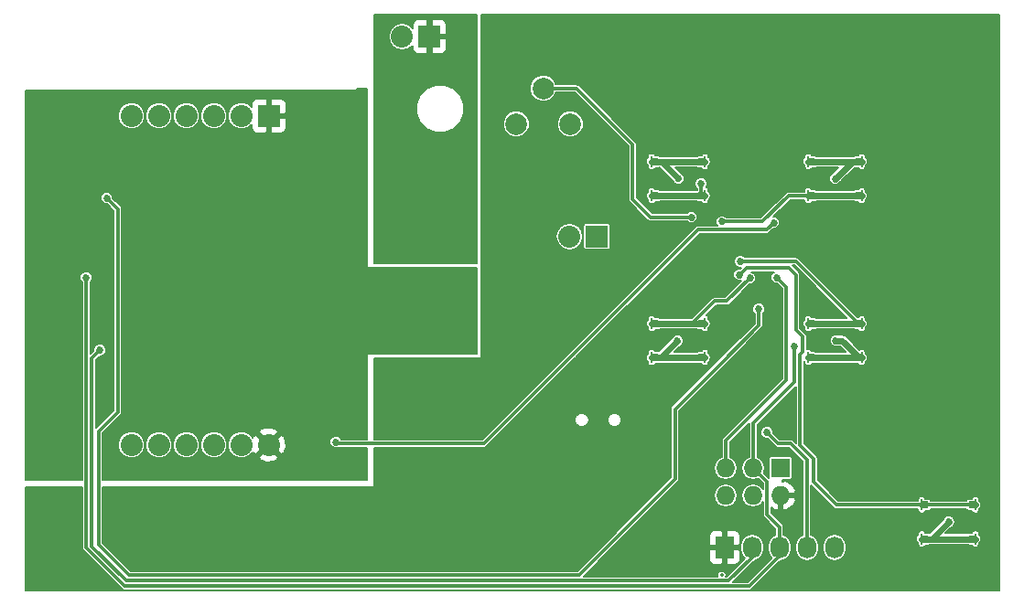
<source format=gbl>
G04 #@! TF.FileFunction,Copper,L2,Bot,Signal*
%FSLAX46Y46*%
G04 Gerber Fmt 4.6, Leading zero omitted, Abs format (unit mm)*
G04 Created by KiCad (PCBNEW 0.201508140901+6091~28~ubuntu14.04.1-product) date Tue 27 Oct 2015 09:22:58 PM CET*
%MOMM*%
G01*
G04 APERTURE LIST*
%ADD10C,0.100000*%
%ADD11R,2.032000X2.032000*%
%ADD12O,2.032000X2.032000*%
%ADD13R,1.727200X1.727200*%
%ADD14O,1.727200X1.727200*%
%ADD15R,0.500000X0.700000*%
%ADD16R,0.200000X1.100000*%
%ADD17C,2.000000*%
%ADD18R,1.727200X2.032000*%
%ADD19O,1.727200X2.032000*%
%ADD20C,2.032000*%
%ADD21C,0.685800*%
%ADD22C,0.304800*%
%ADD23C,0.609600*%
%ADD24C,0.254000*%
%ADD25C,0.152400*%
G04 APERTURE END LIST*
D10*
D11*
X148488400Y-67360800D03*
D12*
X145948400Y-67360800D03*
D13*
X180975000Y-107315000D03*
D14*
X180975000Y-109855000D03*
X178435000Y-107315000D03*
X178435000Y-109855000D03*
X175895000Y-107315000D03*
X175895000Y-109855000D03*
D15*
X169375000Y-82075000D03*
X173625000Y-82075000D03*
X169375000Y-78925000D03*
X173625000Y-78925000D03*
D16*
X173975000Y-82075000D03*
X169025000Y-82075000D03*
X169025000Y-78925000D03*
X173975000Y-78925000D03*
D15*
X183875000Y-82075000D03*
X188125000Y-82075000D03*
X183875000Y-78925000D03*
X188125000Y-78925000D03*
D16*
X188475000Y-82075000D03*
X183525000Y-82075000D03*
X183525000Y-78925000D03*
X188475000Y-78925000D03*
D15*
X173625000Y-93925000D03*
X169375000Y-93925000D03*
X173625000Y-97075000D03*
X169375000Y-97075000D03*
D16*
X169025000Y-93925000D03*
X173975000Y-93925000D03*
X173975000Y-97075000D03*
X169025000Y-97075000D03*
D15*
X188125000Y-93925000D03*
X183875000Y-93925000D03*
X188125000Y-97075000D03*
X183875000Y-97075000D03*
D16*
X183525000Y-93925000D03*
X188475000Y-93925000D03*
X188475000Y-97075000D03*
X183525000Y-97075000D03*
D15*
X198625000Y-110725000D03*
X194375000Y-110725000D03*
X198625000Y-113875000D03*
X194375000Y-113875000D03*
D16*
X194025000Y-110725000D03*
X198975000Y-110725000D03*
X198975000Y-113875000D03*
X194025000Y-113875000D03*
D11*
X163957000Y-85852000D03*
D12*
X161417000Y-85852000D03*
D17*
X159004000Y-72137000D03*
X156504000Y-75437000D03*
X161504000Y-75437000D03*
D18*
X175768000Y-114681000D03*
D19*
X178308000Y-114681000D03*
X180848000Y-114681000D03*
X183388000Y-114681000D03*
X185928000Y-114681000D03*
D20*
X120904000Y-74676000D03*
X123444000Y-74676000D03*
X125984000Y-74676000D03*
X128524000Y-74676000D03*
X131064000Y-74676000D03*
D11*
X133604000Y-74676000D03*
D20*
X133604000Y-105156000D03*
X131064000Y-105156000D03*
X128524000Y-105156000D03*
X125984000Y-105156000D03*
X123444000Y-105156000D03*
X120904000Y-105156000D03*
D21*
X150114000Y-84582000D03*
X144272000Y-86614000D03*
X146812000Y-77978000D03*
X186067720Y-95499737D03*
X171500800Y-80492600D03*
X196519800Y-112293400D03*
X186004200Y-80518000D03*
X171424600Y-95529400D03*
X180594000Y-89662000D03*
X121285000Y-93853000D03*
X121285000Y-101219000D03*
X121158000Y-78994000D03*
X121285000Y-86360000D03*
X133223000Y-101092000D03*
X133477000Y-93853000D03*
X133350000Y-86360000D03*
X133350000Y-79121000D03*
X149148800Y-94665800D03*
X172720000Y-84074000D03*
X175539400Y-84480400D03*
X177165000Y-89408000D03*
X179705000Y-104013000D03*
X173609000Y-80975200D03*
X178130200Y-89712800D03*
X177241200Y-88163400D03*
X180340000Y-84582000D03*
X139827000Y-104902000D03*
X118618000Y-82296000D03*
X178943000Y-92583000D03*
X117983000Y-96393000D03*
X182245000Y-96012000D03*
X116713000Y-89662000D03*
X172593000Y-87630000D03*
X175768000Y-87122000D03*
X144653000Y-100965000D03*
X115189000Y-112776000D03*
X156273500Y-80010000D03*
X187198000Y-88392000D03*
X178054000Y-73406000D03*
D22*
X175564798Y-117221000D02*
X175514000Y-117221000D01*
D23*
X183525000Y-97075000D02*
X183875000Y-97075000D01*
X188125000Y-97075000D02*
X188125000Y-96975000D01*
X188125000Y-96975000D02*
X186649737Y-95499737D01*
X186649737Y-95499737D02*
X186552653Y-95499737D01*
X186552653Y-95499737D02*
X186067720Y-95499737D01*
X173975000Y-78925000D02*
X173625000Y-78925000D01*
X169933200Y-78925000D02*
X171500800Y-80492600D01*
X169933200Y-78925000D02*
X169375000Y-78925000D01*
X169375000Y-78925000D02*
X173625000Y-78925000D01*
X169025000Y-78925000D02*
X169375000Y-78925000D01*
X198625000Y-113875000D02*
X198975000Y-113875000D01*
X194025000Y-113875000D02*
X194375000Y-113875000D01*
X188125000Y-97075000D02*
X188475000Y-97075000D01*
X169025000Y-97075000D02*
X169375000Y-97075000D01*
X173625000Y-97075000D02*
X173975000Y-97075000D01*
X188125000Y-78925000D02*
X188475000Y-78925000D01*
X183525000Y-78925000D02*
X183875000Y-78925000D01*
X194375000Y-113875000D02*
X194938200Y-113875000D01*
X194938200Y-113875000D02*
X196519800Y-112293400D01*
X188125000Y-97075000D02*
X183875000Y-97075000D01*
X188125000Y-78925000D02*
X187597200Y-78925000D01*
X187597200Y-78925000D02*
X186004200Y-80518000D01*
X169375000Y-97075000D02*
X169879000Y-97075000D01*
X169879000Y-97075000D02*
X171424600Y-95529400D01*
X198625000Y-113875000D02*
X194375000Y-113875000D01*
X183875000Y-78925000D02*
X188125000Y-78925000D01*
D24*
X171450000Y-97028000D02*
X171450000Y-97075000D01*
X171450000Y-97075000D02*
X171450000Y-97028000D01*
X171450000Y-97028000D02*
X171450000Y-97075000D01*
D23*
X169375000Y-97075000D02*
X171450000Y-97075000D01*
X171450000Y-97075000D02*
X173625000Y-97075000D01*
D22*
X175895000Y-107315000D02*
X175895000Y-104775000D01*
X181483000Y-90551000D02*
X180594000Y-89662000D01*
X181483000Y-99187000D02*
X181483000Y-90551000D01*
X175895000Y-104775000D02*
X181483000Y-99187000D01*
X175895000Y-107315000D02*
X176276000Y-107315000D01*
D23*
X149148800Y-94665800D02*
X149098000Y-94665800D01*
D22*
X159004000Y-72137000D02*
X162053000Y-72137000D01*
X168910000Y-84074000D02*
X172720000Y-84074000D01*
X167259000Y-82423000D02*
X168910000Y-84074000D01*
X167259000Y-77343000D02*
X167259000Y-82423000D01*
X162053000Y-72137000D02*
X167259000Y-77343000D01*
D23*
X188125000Y-82075000D02*
X188475000Y-82075000D01*
X183525000Y-82075000D02*
X183875000Y-82075000D01*
D22*
X183525000Y-82075000D02*
X181704000Y-82075000D01*
X179298600Y-84480400D02*
X175539400Y-84480400D01*
X181704000Y-82075000D02*
X179298600Y-84480400D01*
X183875000Y-82075000D02*
X183558200Y-82075000D01*
D23*
X183875000Y-82075000D02*
X188125000Y-82075000D01*
D22*
X177800000Y-88773000D02*
X181737000Y-88773000D01*
X177800000Y-88773000D02*
X177165000Y-89408000D01*
X186163000Y-110725000D02*
X194375000Y-110725000D01*
X184023000Y-108585000D02*
X186163000Y-110725000D01*
X184023000Y-106426000D02*
X184023000Y-108585000D01*
X182753000Y-105156000D02*
X184023000Y-106426000D01*
X182753000Y-96774000D02*
X182753000Y-105156000D01*
X183007000Y-96520000D02*
X182753000Y-96774000D01*
X183007000Y-95123000D02*
X183007000Y-96520000D01*
X182372000Y-94488000D02*
X183007000Y-95123000D01*
X182372000Y-89408000D02*
X182372000Y-94488000D01*
X181737000Y-88773000D02*
X182372000Y-89408000D01*
D23*
X198625000Y-110725000D02*
X198975000Y-110725000D01*
X194025000Y-110725000D02*
X194375000Y-110725000D01*
D22*
X194375000Y-110725000D02*
X196450000Y-110725000D01*
X198625000Y-110725000D02*
X196450000Y-110725000D01*
X183388000Y-106553000D02*
X183388000Y-114681000D01*
X181864000Y-105029000D02*
X183388000Y-106553000D01*
X180721000Y-105029000D02*
X181864000Y-105029000D01*
X179705000Y-104013000D02*
X180721000Y-105029000D01*
X183642000Y-114427000D02*
X183388000Y-114681000D01*
D23*
X169375000Y-82075000D02*
X173625000Y-82075000D01*
X169025000Y-82075000D02*
X169375000Y-82075000D01*
X173625000Y-82075000D02*
X173975000Y-82075000D01*
D22*
X173625000Y-82075000D02*
X173625000Y-80984600D01*
X173615600Y-80975200D02*
X173609000Y-80975200D01*
X173625000Y-80984600D02*
X173615600Y-80975200D01*
D23*
X173625000Y-93925000D02*
X173975000Y-93925000D01*
X169025000Y-93925000D02*
X169375000Y-93925000D01*
D22*
X174853600Y-91846400D02*
X172775000Y-93925000D01*
X175996600Y-91846400D02*
X174853600Y-91846400D01*
X178130200Y-89712800D02*
X175996600Y-91846400D01*
D23*
X169375000Y-93925000D02*
X172775000Y-93925000D01*
X172775000Y-93925000D02*
X173625000Y-93925000D01*
D22*
X177241200Y-88163400D02*
X182363400Y-88163400D01*
X182363400Y-88163400D02*
X188125000Y-93925000D01*
D23*
X188125000Y-93925000D02*
X188475000Y-93925000D01*
X183525000Y-93925000D02*
X183875000Y-93925000D01*
X183875000Y-93925000D02*
X185542800Y-93925000D01*
X185542800Y-93925000D02*
X186381000Y-93925000D01*
X186381000Y-93925000D02*
X188125000Y-93925000D01*
D22*
X179705000Y-85217000D02*
X180340000Y-84582000D01*
X173355000Y-85217000D02*
X179705000Y-85217000D01*
X153543000Y-105029000D02*
X173355000Y-85217000D01*
X139954000Y-105029000D02*
X153543000Y-105029000D01*
X139827000Y-104902000D02*
X139954000Y-105029000D01*
X119634000Y-86741000D02*
X119634000Y-102108000D01*
X119634000Y-83312000D02*
X119634000Y-86741000D01*
X118618000Y-82296000D02*
X119634000Y-83312000D01*
X171196000Y-101854000D02*
X175514000Y-97536000D01*
X171196000Y-108331000D02*
X171196000Y-101854000D01*
X162306000Y-117221000D02*
X171196000Y-108331000D01*
X120650000Y-117221000D02*
X162306000Y-117221000D01*
X117856000Y-114427000D02*
X120650000Y-117221000D01*
X117856000Y-103886000D02*
X117856000Y-114427000D01*
X119634000Y-102108000D02*
X117856000Y-103886000D01*
X174752000Y-98298000D02*
X175514000Y-97536000D01*
X178943000Y-94107000D02*
X178943000Y-92583000D01*
X175514000Y-97536000D02*
X178943000Y-94107000D01*
X178308000Y-114681000D02*
X178308000Y-115570000D01*
X178308000Y-115570000D02*
X176149000Y-117729000D01*
X117221000Y-97155000D02*
X117983000Y-96393000D01*
X117221000Y-114542418D02*
X117221000Y-97155000D01*
X120407582Y-117729000D02*
X117221000Y-114542418D01*
X176149000Y-117729000D02*
X120407582Y-117729000D01*
X182245000Y-96012000D02*
X182245000Y-99314000D01*
X178435000Y-103124000D02*
X178435000Y-107315000D01*
X182245000Y-99314000D02*
X178435000Y-103124000D01*
X180848000Y-114681000D02*
X180848000Y-112776000D01*
X179705000Y-108585000D02*
X178435000Y-107315000D01*
X179705000Y-111633000D02*
X179705000Y-108585000D01*
X180848000Y-112776000D02*
X179705000Y-111633000D01*
X178435000Y-107315000D02*
X178435000Y-107823000D01*
X180848000Y-114681000D02*
X180848000Y-115443000D01*
X180848000Y-115443000D02*
X178054000Y-118237000D01*
X178054000Y-118237000D02*
X120269000Y-118237000D01*
X120269000Y-118237000D02*
X116713000Y-114681000D01*
X116713000Y-114681000D02*
X116713000Y-89662000D01*
D25*
G36*
X201171400Y-118671400D02*
X111074200Y-118671400D01*
X111074200Y-112852377D01*
X111096664Y-112798278D01*
X111097212Y-112170272D01*
X111074200Y-112114579D01*
X111074200Y-109042200D01*
X116332000Y-109042200D01*
X116332000Y-114681000D01*
X116361002Y-114826803D01*
X116443592Y-114950408D01*
X119999590Y-118506405D01*
X119999592Y-118506408D01*
X120123198Y-118588998D01*
X120269000Y-118618000D01*
X178054000Y-118618000D01*
X178199803Y-118588998D01*
X178323408Y-118506408D01*
X180887736Y-115942079D01*
X181265967Y-115866844D01*
X181620302Y-115630085D01*
X181857061Y-115275750D01*
X181940200Y-114857783D01*
X181940200Y-114504217D01*
X181857061Y-114086250D01*
X181620302Y-113731915D01*
X181265967Y-113495156D01*
X181229000Y-113487803D01*
X181229000Y-112776000D01*
X181199998Y-112630198D01*
X181199998Y-112630197D01*
X181117408Y-112506592D01*
X180086000Y-111475184D01*
X180086000Y-110962861D01*
X180274281Y-111121948D01*
X180574618Y-111246337D01*
X180797200Y-111144550D01*
X180797200Y-110032800D01*
X181152800Y-110032800D01*
X181152800Y-111144550D01*
X181375382Y-111246337D01*
X181675719Y-111121948D01*
X182107220Y-110757354D01*
X182366351Y-110255385D01*
X182265805Y-110032800D01*
X181152800Y-110032800D01*
X180797200Y-110032800D01*
X180777200Y-110032800D01*
X180777200Y-109677200D01*
X180797200Y-109677200D01*
X180797200Y-109657200D01*
X181152800Y-109657200D01*
X181152800Y-109677200D01*
X182265805Y-109677200D01*
X182366351Y-109454615D01*
X182107220Y-108952646D01*
X181675719Y-108588052D01*
X181375382Y-108463663D01*
X181152802Y-108565449D01*
X181152802Y-108411678D01*
X181838600Y-108411678D01*
X181923314Y-108395738D01*
X182001118Y-108345672D01*
X182053315Y-108269280D01*
X182071678Y-108178600D01*
X182071678Y-106451400D01*
X182055738Y-106366686D01*
X182005672Y-106288882D01*
X181929280Y-106236685D01*
X181838600Y-106218322D01*
X180111400Y-106218322D01*
X180026686Y-106234262D01*
X179948882Y-106284328D01*
X179896685Y-106360720D01*
X179878322Y-106451400D01*
X179878322Y-108178600D01*
X179887803Y-108228987D01*
X179431692Y-107772876D01*
X179444061Y-107754364D01*
X179527200Y-107336397D01*
X179527200Y-107293603D01*
X179444061Y-106875636D01*
X179207302Y-106521301D01*
X178852967Y-106284542D01*
X178816000Y-106277189D01*
X178816000Y-103281816D01*
X182372000Y-99725815D01*
X182372000Y-104998184D01*
X182133408Y-104759592D01*
X182009803Y-104677002D01*
X181864000Y-104648000D01*
X180878816Y-104648000D01*
X180276471Y-104045655D01*
X180276599Y-103899820D01*
X180189776Y-103689694D01*
X180029151Y-103528789D01*
X179819177Y-103441600D01*
X179591820Y-103441401D01*
X179381694Y-103528224D01*
X179220789Y-103688849D01*
X179133600Y-103898823D01*
X179133401Y-104126180D01*
X179220224Y-104336306D01*
X179380849Y-104497211D01*
X179590823Y-104584400D01*
X179737713Y-104584529D01*
X180451592Y-105298408D01*
X180575197Y-105380998D01*
X180721000Y-105410000D01*
X181706184Y-105410000D01*
X183007000Y-106710815D01*
X183007000Y-113487803D01*
X182970033Y-113495156D01*
X182615698Y-113731915D01*
X182378939Y-114086250D01*
X182295800Y-114504217D01*
X182295800Y-114857783D01*
X182378939Y-115275750D01*
X182615698Y-115630085D01*
X182970033Y-115866844D01*
X183388000Y-115949983D01*
X183805967Y-115866844D01*
X184160302Y-115630085D01*
X184397061Y-115275750D01*
X184480200Y-114857783D01*
X184480200Y-114504217D01*
X184835800Y-114504217D01*
X184835800Y-114857783D01*
X184918939Y-115275750D01*
X185155698Y-115630085D01*
X185510033Y-115866844D01*
X185928000Y-115949983D01*
X186345967Y-115866844D01*
X186700302Y-115630085D01*
X186937061Y-115275750D01*
X187020200Y-114857783D01*
X187020200Y-114504217D01*
X186937061Y-114086250D01*
X186795909Y-113875000D01*
X193491600Y-113875000D01*
X193532203Y-114079123D01*
X193647829Y-114252171D01*
X193691922Y-114281633D01*
X193691922Y-114425000D01*
X193707862Y-114509714D01*
X193757928Y-114587518D01*
X193834320Y-114639715D01*
X193925000Y-114658078D01*
X194125000Y-114658078D01*
X194209714Y-114642138D01*
X194287518Y-114592072D01*
X194339715Y-114515680D01*
X194351380Y-114458078D01*
X194625000Y-114458078D01*
X194709714Y-114442138D01*
X194762144Y-114408400D01*
X198238489Y-114408400D01*
X198284320Y-114439715D01*
X198375000Y-114458078D01*
X198648146Y-114458078D01*
X198657862Y-114509714D01*
X198707928Y-114587518D01*
X198784320Y-114639715D01*
X198875000Y-114658078D01*
X199075000Y-114658078D01*
X199159714Y-114642138D01*
X199237518Y-114592072D01*
X199289715Y-114515680D01*
X199308078Y-114425000D01*
X199308078Y-114281633D01*
X199352171Y-114252171D01*
X199467797Y-114079123D01*
X199508400Y-113875000D01*
X199467797Y-113670877D01*
X199352171Y-113497829D01*
X199308078Y-113468367D01*
X199308078Y-113325000D01*
X199292138Y-113240286D01*
X199242072Y-113162482D01*
X199165680Y-113110285D01*
X199075000Y-113091922D01*
X198875000Y-113091922D01*
X198790286Y-113107862D01*
X198712482Y-113157928D01*
X198660285Y-113234320D01*
X198648620Y-113291922D01*
X198375000Y-113291922D01*
X198290286Y-113307862D01*
X198237856Y-113341600D01*
X196225942Y-113341600D01*
X196751525Y-112816017D01*
X196843106Y-112778176D01*
X197004011Y-112617551D01*
X197091200Y-112407577D01*
X197091399Y-112180220D01*
X197004576Y-111970094D01*
X196843951Y-111809189D01*
X196633977Y-111722000D01*
X196406620Y-111721801D01*
X196196494Y-111808624D01*
X196035589Y-111969249D01*
X195997230Y-112061628D01*
X194735221Y-113323637D01*
X194715680Y-113310285D01*
X194625000Y-113291922D01*
X194351854Y-113291922D01*
X194342138Y-113240286D01*
X194292072Y-113162482D01*
X194215680Y-113110285D01*
X194125000Y-113091922D01*
X193925000Y-113091922D01*
X193840286Y-113107862D01*
X193762482Y-113157928D01*
X193710285Y-113234320D01*
X193691922Y-113325000D01*
X193691922Y-113468367D01*
X193647829Y-113497829D01*
X193532203Y-113670877D01*
X193491600Y-113875000D01*
X186795909Y-113875000D01*
X186700302Y-113731915D01*
X186345967Y-113495156D01*
X185928000Y-113412017D01*
X185510033Y-113495156D01*
X185155698Y-113731915D01*
X184918939Y-114086250D01*
X184835800Y-114504217D01*
X184480200Y-114504217D01*
X184397061Y-114086250D01*
X184160302Y-113731915D01*
X183805967Y-113495156D01*
X183769000Y-113487803D01*
X183769000Y-108869816D01*
X185893592Y-110994408D01*
X186017197Y-111076998D01*
X186163000Y-111106000D01*
X193653560Y-111106000D01*
X193691922Y-111131633D01*
X193691922Y-111275000D01*
X193707862Y-111359714D01*
X193757928Y-111437518D01*
X193834320Y-111489715D01*
X193925000Y-111508078D01*
X194125000Y-111508078D01*
X194209714Y-111492138D01*
X194287518Y-111442072D01*
X194339715Y-111365680D01*
X194351380Y-111308078D01*
X194625000Y-111308078D01*
X194709714Y-111292138D01*
X194787518Y-111242072D01*
X194839715Y-111165680D01*
X194851800Y-111106000D01*
X198147755Y-111106000D01*
X198157862Y-111159714D01*
X198207928Y-111237518D01*
X198284320Y-111289715D01*
X198375000Y-111308078D01*
X198648146Y-111308078D01*
X198657862Y-111359714D01*
X198707928Y-111437518D01*
X198784320Y-111489715D01*
X198875000Y-111508078D01*
X199075000Y-111508078D01*
X199159714Y-111492138D01*
X199237518Y-111442072D01*
X199289715Y-111365680D01*
X199308078Y-111275000D01*
X199308078Y-111131633D01*
X199352171Y-111102171D01*
X199467797Y-110929123D01*
X199508400Y-110725000D01*
X199467797Y-110520877D01*
X199352171Y-110347829D01*
X199308078Y-110318367D01*
X199308078Y-110175000D01*
X199292138Y-110090286D01*
X199242072Y-110012482D01*
X199165680Y-109960285D01*
X199075000Y-109941922D01*
X198875000Y-109941922D01*
X198790286Y-109957862D01*
X198712482Y-110007928D01*
X198660285Y-110084320D01*
X198648620Y-110141922D01*
X198375000Y-110141922D01*
X198290286Y-110157862D01*
X198212482Y-110207928D01*
X198160285Y-110284320D01*
X198148200Y-110344000D01*
X194852245Y-110344000D01*
X194842138Y-110290286D01*
X194792072Y-110212482D01*
X194715680Y-110160285D01*
X194625000Y-110141922D01*
X194351854Y-110141922D01*
X194342138Y-110090286D01*
X194292072Y-110012482D01*
X194215680Y-109960285D01*
X194125000Y-109941922D01*
X193925000Y-109941922D01*
X193840286Y-109957862D01*
X193762482Y-110007928D01*
X193710285Y-110084320D01*
X193691922Y-110175000D01*
X193691922Y-110318367D01*
X193653560Y-110344000D01*
X186320816Y-110344000D01*
X184404000Y-108427184D01*
X184404000Y-106426000D01*
X184391015Y-106360720D01*
X184374998Y-106280197D01*
X184292408Y-106156592D01*
X183134000Y-104998184D01*
X183134000Y-97431474D01*
X183147829Y-97452171D01*
X183191922Y-97481633D01*
X183191922Y-97625000D01*
X183207862Y-97709714D01*
X183257928Y-97787518D01*
X183334320Y-97839715D01*
X183425000Y-97858078D01*
X183625000Y-97858078D01*
X183709714Y-97842138D01*
X183787518Y-97792072D01*
X183839715Y-97715680D01*
X183851380Y-97658078D01*
X184125000Y-97658078D01*
X184209714Y-97642138D01*
X184262144Y-97608400D01*
X187738489Y-97608400D01*
X187784320Y-97639715D01*
X187875000Y-97658078D01*
X188148146Y-97658078D01*
X188157862Y-97709714D01*
X188207928Y-97787518D01*
X188284320Y-97839715D01*
X188375000Y-97858078D01*
X188575000Y-97858078D01*
X188659714Y-97842138D01*
X188737518Y-97792072D01*
X188789715Y-97715680D01*
X188808078Y-97625000D01*
X188808078Y-97481633D01*
X188852171Y-97452171D01*
X188967797Y-97279123D01*
X189008400Y-97075000D01*
X188967797Y-96870877D01*
X188852171Y-96697829D01*
X188808078Y-96668367D01*
X188808078Y-96525000D01*
X188792138Y-96440286D01*
X188742072Y-96362482D01*
X188665680Y-96310285D01*
X188575000Y-96291922D01*
X188375000Y-96291922D01*
X188290286Y-96307862D01*
X188242776Y-96338434D01*
X187026908Y-95122566D01*
X186853860Y-95006940D01*
X186649737Y-94966337D01*
X186273411Y-94966337D01*
X186181897Y-94928337D01*
X185954540Y-94928138D01*
X185744414Y-95014961D01*
X185583509Y-95175586D01*
X185496320Y-95385560D01*
X185496121Y-95612917D01*
X185582944Y-95823043D01*
X185743569Y-95983948D01*
X185953543Y-96071137D01*
X186180900Y-96071336D01*
X186273348Y-96033137D01*
X186428795Y-96033137D01*
X186937258Y-96541600D01*
X184261511Y-96541600D01*
X184215680Y-96510285D01*
X184125000Y-96491922D01*
X183851854Y-96491922D01*
X183842138Y-96440286D01*
X183792072Y-96362482D01*
X183715680Y-96310285D01*
X183625000Y-96291922D01*
X183425000Y-96291922D01*
X183388000Y-96298884D01*
X183388000Y-95123005D01*
X183388001Y-95123000D01*
X183358998Y-94977198D01*
X183326350Y-94928337D01*
X183276408Y-94853592D01*
X183276405Y-94853590D01*
X182753000Y-94330184D01*
X182753000Y-89408005D01*
X182753001Y-89408000D01*
X182723998Y-89262198D01*
X182667598Y-89177789D01*
X182641408Y-89138592D01*
X182641405Y-89138590D01*
X182047216Y-88544400D01*
X182205584Y-88544400D01*
X187052784Y-93391600D01*
X184261511Y-93391600D01*
X184215680Y-93360285D01*
X184125000Y-93341922D01*
X183851854Y-93341922D01*
X183842138Y-93290286D01*
X183792072Y-93212482D01*
X183715680Y-93160285D01*
X183625000Y-93141922D01*
X183425000Y-93141922D01*
X183340286Y-93157862D01*
X183262482Y-93207928D01*
X183210285Y-93284320D01*
X183191922Y-93375000D01*
X183191922Y-93518367D01*
X183147829Y-93547829D01*
X183032203Y-93720877D01*
X182991600Y-93925000D01*
X183032203Y-94129123D01*
X183147829Y-94302171D01*
X183191922Y-94331633D01*
X183191922Y-94475000D01*
X183207862Y-94559714D01*
X183257928Y-94637518D01*
X183334320Y-94689715D01*
X183425000Y-94708078D01*
X183625000Y-94708078D01*
X183709714Y-94692138D01*
X183787518Y-94642072D01*
X183839715Y-94565680D01*
X183851380Y-94508078D01*
X184125000Y-94508078D01*
X184209714Y-94492138D01*
X184262144Y-94458400D01*
X187738489Y-94458400D01*
X187784320Y-94489715D01*
X187875000Y-94508078D01*
X188148146Y-94508078D01*
X188157862Y-94559714D01*
X188207928Y-94637518D01*
X188284320Y-94689715D01*
X188375000Y-94708078D01*
X188575000Y-94708078D01*
X188659714Y-94692138D01*
X188737518Y-94642072D01*
X188789715Y-94565680D01*
X188808078Y-94475000D01*
X188808078Y-94331633D01*
X188852171Y-94302171D01*
X188967797Y-94129123D01*
X189008400Y-93925000D01*
X188967797Y-93720877D01*
X188852171Y-93547829D01*
X188808078Y-93518367D01*
X188808078Y-93375000D01*
X188792138Y-93290286D01*
X188742072Y-93212482D01*
X188665680Y-93160285D01*
X188575000Y-93141922D01*
X188375000Y-93141922D01*
X188290286Y-93157862D01*
X188212482Y-93207928D01*
X188160285Y-93284320D01*
X188148620Y-93341922D01*
X188080738Y-93341922D01*
X182632808Y-87893992D01*
X182509203Y-87811402D01*
X182363400Y-87782400D01*
X177668382Y-87782400D01*
X177565351Y-87679189D01*
X177355377Y-87592000D01*
X177128020Y-87591801D01*
X176917894Y-87678624D01*
X176756989Y-87839249D01*
X176669800Y-88049223D01*
X176669601Y-88276580D01*
X176756424Y-88486706D01*
X176917049Y-88647611D01*
X177127023Y-88734800D01*
X177299234Y-88734951D01*
X177197656Y-88836529D01*
X177051820Y-88836401D01*
X176841694Y-88923224D01*
X176680789Y-89083849D01*
X176593600Y-89293823D01*
X176593401Y-89521180D01*
X176680224Y-89731306D01*
X176840849Y-89892211D01*
X177050823Y-89979400D01*
X177278180Y-89979599D01*
X177357261Y-89946923D01*
X175838784Y-91465400D01*
X174853600Y-91465400D01*
X174707797Y-91494402D01*
X174658288Y-91527483D01*
X174584192Y-91576992D01*
X174584190Y-91576995D01*
X172769584Y-93391600D01*
X169761511Y-93391600D01*
X169715680Y-93360285D01*
X169625000Y-93341922D01*
X169351854Y-93341922D01*
X169342138Y-93290286D01*
X169292072Y-93212482D01*
X169215680Y-93160285D01*
X169125000Y-93141922D01*
X168925000Y-93141922D01*
X168840286Y-93157862D01*
X168762482Y-93207928D01*
X168710285Y-93284320D01*
X168691922Y-93375000D01*
X168691922Y-93518367D01*
X168647829Y-93547829D01*
X168532203Y-93720877D01*
X168491600Y-93925000D01*
X168532203Y-94129123D01*
X168647829Y-94302171D01*
X168691922Y-94331633D01*
X168691922Y-94475000D01*
X168707862Y-94559714D01*
X168757928Y-94637518D01*
X168834320Y-94689715D01*
X168925000Y-94708078D01*
X169125000Y-94708078D01*
X169209714Y-94692138D01*
X169287518Y-94642072D01*
X169339715Y-94565680D01*
X169351380Y-94508078D01*
X169625000Y-94508078D01*
X169709714Y-94492138D01*
X169762144Y-94458400D01*
X173238489Y-94458400D01*
X173284320Y-94489715D01*
X173375000Y-94508078D01*
X173648146Y-94508078D01*
X173657862Y-94559714D01*
X173707928Y-94637518D01*
X173784320Y-94689715D01*
X173875000Y-94708078D01*
X174075000Y-94708078D01*
X174159714Y-94692138D01*
X174237518Y-94642072D01*
X174289715Y-94565680D01*
X174308078Y-94475000D01*
X174308078Y-94331633D01*
X174352171Y-94302171D01*
X174467797Y-94129123D01*
X174508400Y-93925000D01*
X174467797Y-93720877D01*
X174352171Y-93547829D01*
X174308078Y-93518367D01*
X174308078Y-93375000D01*
X174292138Y-93290286D01*
X174242072Y-93212482D01*
X174165680Y-93160285D01*
X174093207Y-93145609D01*
X175011415Y-92227400D01*
X175996600Y-92227400D01*
X176142403Y-92198398D01*
X176266008Y-92115808D01*
X178097545Y-90284271D01*
X178243380Y-90284399D01*
X178453506Y-90197576D01*
X178614411Y-90036951D01*
X178701600Y-89826977D01*
X178701799Y-89599620D01*
X178614976Y-89389494D01*
X178454351Y-89228589D01*
X178274721Y-89154000D01*
X180326900Y-89154000D01*
X180270694Y-89177224D01*
X180109789Y-89337849D01*
X180022600Y-89547823D01*
X180022401Y-89775180D01*
X180109224Y-89985306D01*
X180269849Y-90146211D01*
X180479823Y-90233400D01*
X180626713Y-90233529D01*
X181102000Y-90708816D01*
X181102000Y-99029185D01*
X175625592Y-104505592D01*
X175543002Y-104629197D01*
X175543002Y-104629198D01*
X175514000Y-104775000D01*
X175514000Y-106277189D01*
X175477033Y-106284542D01*
X175122698Y-106521301D01*
X174885939Y-106875636D01*
X174802800Y-107293603D01*
X174802800Y-107336397D01*
X174885939Y-107754364D01*
X175122698Y-108108699D01*
X175477033Y-108345458D01*
X175895000Y-108428597D01*
X176312967Y-108345458D01*
X176667302Y-108108699D01*
X176904061Y-107754364D01*
X176987200Y-107336397D01*
X176987200Y-107293603D01*
X176904061Y-106875636D01*
X176667302Y-106521301D01*
X176312967Y-106284542D01*
X176276000Y-106277189D01*
X176276000Y-104932816D01*
X178054000Y-103154816D01*
X178054000Y-106277189D01*
X178017033Y-106284542D01*
X177662698Y-106521301D01*
X177425939Y-106875636D01*
X177342800Y-107293603D01*
X177342800Y-107336397D01*
X177425939Y-107754364D01*
X177662698Y-108108699D01*
X178017033Y-108345458D01*
X178435000Y-108428597D01*
X178852967Y-108345458D01*
X178897132Y-108315948D01*
X179324000Y-108742816D01*
X179324000Y-109235952D01*
X179207302Y-109061301D01*
X178852967Y-108824542D01*
X178435000Y-108741403D01*
X178017033Y-108824542D01*
X177662698Y-109061301D01*
X177425939Y-109415636D01*
X177342800Y-109833603D01*
X177342800Y-109876397D01*
X177425939Y-110294364D01*
X177662698Y-110648699D01*
X178017033Y-110885458D01*
X178435000Y-110968597D01*
X178852967Y-110885458D01*
X179207302Y-110648699D01*
X179324000Y-110474048D01*
X179324000Y-111633000D01*
X179353002Y-111778803D01*
X179435592Y-111902408D01*
X180467000Y-112933816D01*
X180467000Y-113487803D01*
X180430033Y-113495156D01*
X180075698Y-113731915D01*
X179838939Y-114086250D01*
X179755800Y-114504217D01*
X179755800Y-114857783D01*
X179838939Y-115275750D01*
X180075698Y-115630085D01*
X180103514Y-115648671D01*
X177896184Y-117856000D01*
X176560816Y-117856000D01*
X178506272Y-115910544D01*
X178725967Y-115866844D01*
X179080302Y-115630085D01*
X179317061Y-115275750D01*
X179400200Y-114857783D01*
X179400200Y-114504217D01*
X179317061Y-114086250D01*
X179080302Y-113731915D01*
X178725967Y-113495156D01*
X178308000Y-113412017D01*
X177890033Y-113495156D01*
X177535698Y-113731915D01*
X177298939Y-114086250D01*
X177215800Y-114504217D01*
X177215800Y-114857783D01*
X177298939Y-115275750D01*
X177535698Y-115630085D01*
X177639644Y-115699540D01*
X175991184Y-117348000D01*
X175920536Y-117348000D01*
X175945798Y-117221000D01*
X175916796Y-117075198D01*
X175834206Y-116951592D01*
X175710600Y-116869002D01*
X175564798Y-116840000D01*
X175514000Y-116840000D01*
X175368198Y-116869002D01*
X175244592Y-116951592D01*
X175162002Y-117075198D01*
X175133000Y-117221000D01*
X175158262Y-117348000D01*
X162717816Y-117348000D01*
X165060965Y-115004850D01*
X174320200Y-115004850D01*
X174320200Y-115813205D01*
X174409139Y-116027923D01*
X174573478Y-116192261D01*
X174788196Y-116281200D01*
X175444150Y-116281200D01*
X175590200Y-116135150D01*
X175590200Y-114858800D01*
X175945800Y-114858800D01*
X175945800Y-116135150D01*
X176091850Y-116281200D01*
X176747804Y-116281200D01*
X176962522Y-116192261D01*
X177126861Y-116027923D01*
X177215800Y-115813205D01*
X177215800Y-115004850D01*
X177069750Y-114858800D01*
X175945800Y-114858800D01*
X175590200Y-114858800D01*
X174466250Y-114858800D01*
X174320200Y-115004850D01*
X165060965Y-115004850D01*
X166517020Y-113548795D01*
X174320200Y-113548795D01*
X174320200Y-114357150D01*
X174466250Y-114503200D01*
X175590200Y-114503200D01*
X175590200Y-113226850D01*
X175945800Y-113226850D01*
X175945800Y-114503200D01*
X177069750Y-114503200D01*
X177215800Y-114357150D01*
X177215800Y-113548795D01*
X177126861Y-113334077D01*
X176962522Y-113169739D01*
X176747804Y-113080800D01*
X176091850Y-113080800D01*
X175945800Y-113226850D01*
X175590200Y-113226850D01*
X175444150Y-113080800D01*
X174788196Y-113080800D01*
X174573478Y-113169739D01*
X174409139Y-113334077D01*
X174320200Y-113548795D01*
X166517020Y-113548795D01*
X170232212Y-109833603D01*
X174802800Y-109833603D01*
X174802800Y-109876397D01*
X174885939Y-110294364D01*
X175122698Y-110648699D01*
X175477033Y-110885458D01*
X175895000Y-110968597D01*
X176312967Y-110885458D01*
X176667302Y-110648699D01*
X176904061Y-110294364D01*
X176987200Y-109876397D01*
X176987200Y-109833603D01*
X176904061Y-109415636D01*
X176667302Y-109061301D01*
X176312967Y-108824542D01*
X175895000Y-108741403D01*
X175477033Y-108824542D01*
X175122698Y-109061301D01*
X174885939Y-109415636D01*
X174802800Y-109833603D01*
X170232212Y-109833603D01*
X171465405Y-108600410D01*
X171465408Y-108600408D01*
X171547998Y-108476802D01*
X171574082Y-108345672D01*
X171577001Y-108331000D01*
X171577000Y-108330995D01*
X171577000Y-102011816D01*
X175783409Y-97805407D01*
X179212405Y-94376410D01*
X179212408Y-94376408D01*
X179262011Y-94302171D01*
X179294998Y-94252803D01*
X179324000Y-94107000D01*
X179324000Y-93010182D01*
X179427211Y-92907151D01*
X179514400Y-92697177D01*
X179514599Y-92469820D01*
X179427776Y-92259694D01*
X179267151Y-92098789D01*
X179057177Y-92011600D01*
X178829820Y-92011401D01*
X178619694Y-92098224D01*
X178458789Y-92258849D01*
X178371600Y-92468823D01*
X178371401Y-92696180D01*
X178458224Y-92906306D01*
X178562000Y-93010263D01*
X178562000Y-93949185D01*
X175244592Y-97266592D01*
X170926592Y-101584592D01*
X170844002Y-101708197D01*
X170844002Y-101708198D01*
X170815000Y-101854000D01*
X170815000Y-108173185D01*
X162148184Y-116840000D01*
X120807815Y-116840000D01*
X118237000Y-114269184D01*
X118237000Y-109042200D01*
X143256000Y-109042200D01*
X143285646Y-109036197D01*
X143310621Y-109019132D01*
X143326989Y-108993695D01*
X143332200Y-108966000D01*
X143332200Y-105410000D01*
X153543000Y-105410000D01*
X153688803Y-105380998D01*
X153812408Y-105298408D01*
X156111377Y-102999439D01*
X161930287Y-102999439D01*
X162029582Y-103239751D01*
X162213282Y-103423772D01*
X162453421Y-103523487D01*
X162713439Y-103523713D01*
X162953751Y-103424418D01*
X163137772Y-103240718D01*
X163237487Y-103000579D01*
X163237487Y-102999439D01*
X164930287Y-102999439D01*
X165029582Y-103239751D01*
X165213282Y-103423772D01*
X165453421Y-103523487D01*
X165713439Y-103523713D01*
X165953751Y-103424418D01*
X166137772Y-103240718D01*
X166237487Y-103000579D01*
X166237713Y-102740561D01*
X166138418Y-102500249D01*
X165954718Y-102316228D01*
X165714579Y-102216513D01*
X165454561Y-102216287D01*
X165214249Y-102315582D01*
X165030228Y-102499282D01*
X164930513Y-102739421D01*
X164930287Y-102999439D01*
X163237487Y-102999439D01*
X163237713Y-102740561D01*
X163138418Y-102500249D01*
X162954718Y-102316228D01*
X162714579Y-102216513D01*
X162454561Y-102216287D01*
X162214249Y-102315582D01*
X162030228Y-102499282D01*
X161930513Y-102739421D01*
X161930287Y-102999439D01*
X156111377Y-102999439D01*
X162035816Y-97075000D01*
X168491600Y-97075000D01*
X168532203Y-97279123D01*
X168647829Y-97452171D01*
X168691922Y-97481633D01*
X168691922Y-97625000D01*
X168707862Y-97709714D01*
X168757928Y-97787518D01*
X168834320Y-97839715D01*
X168925000Y-97858078D01*
X169125000Y-97858078D01*
X169209714Y-97842138D01*
X169287518Y-97792072D01*
X169339715Y-97715680D01*
X169351380Y-97658078D01*
X169625000Y-97658078D01*
X169709714Y-97642138D01*
X169762144Y-97608400D01*
X173238489Y-97608400D01*
X173284320Y-97639715D01*
X173375000Y-97658078D01*
X173648146Y-97658078D01*
X173657862Y-97709714D01*
X173707928Y-97787518D01*
X173784320Y-97839715D01*
X173875000Y-97858078D01*
X174075000Y-97858078D01*
X174159714Y-97842138D01*
X174237518Y-97792072D01*
X174289715Y-97715680D01*
X174308078Y-97625000D01*
X174308078Y-97481633D01*
X174352171Y-97452171D01*
X174467797Y-97279123D01*
X174508400Y-97075000D01*
X174467797Y-96870877D01*
X174352171Y-96697829D01*
X174308078Y-96668367D01*
X174308078Y-96525000D01*
X174292138Y-96440286D01*
X174242072Y-96362482D01*
X174165680Y-96310285D01*
X174075000Y-96291922D01*
X173875000Y-96291922D01*
X173790286Y-96307862D01*
X173712482Y-96357928D01*
X173660285Y-96434320D01*
X173648620Y-96491922D01*
X173375000Y-96491922D01*
X173290286Y-96507862D01*
X173237856Y-96541600D01*
X171166741Y-96541600D01*
X171656324Y-96052017D01*
X171747906Y-96014176D01*
X171908811Y-95853551D01*
X171996000Y-95643577D01*
X171996199Y-95416220D01*
X171909376Y-95206094D01*
X171748751Y-95045189D01*
X171538777Y-94958000D01*
X171311420Y-94957801D01*
X171101294Y-95044624D01*
X170940389Y-95205249D01*
X170902029Y-95297630D01*
X169693803Y-96505855D01*
X169625000Y-96491922D01*
X169351854Y-96491922D01*
X169342138Y-96440286D01*
X169292072Y-96362482D01*
X169215680Y-96310285D01*
X169125000Y-96291922D01*
X168925000Y-96291922D01*
X168840286Y-96307862D01*
X168762482Y-96357928D01*
X168710285Y-96434320D01*
X168691922Y-96525000D01*
X168691922Y-96668367D01*
X168647829Y-96697829D01*
X168532203Y-96870877D01*
X168491600Y-97075000D01*
X162035816Y-97075000D01*
X173512816Y-85598000D01*
X179705000Y-85598000D01*
X179850803Y-85568998D01*
X179974408Y-85486408D01*
X180307344Y-85153471D01*
X180453180Y-85153599D01*
X180663306Y-85066776D01*
X180824211Y-84906151D01*
X180911400Y-84696177D01*
X180911599Y-84468820D01*
X180824776Y-84258694D01*
X180664151Y-84097789D01*
X180454177Y-84010600D01*
X180307344Y-84010471D01*
X181861815Y-82456000D01*
X183153560Y-82456000D01*
X183191922Y-82481633D01*
X183191922Y-82625000D01*
X183207862Y-82709714D01*
X183257928Y-82787518D01*
X183334320Y-82839715D01*
X183425000Y-82858078D01*
X183625000Y-82858078D01*
X183709714Y-82842138D01*
X183787518Y-82792072D01*
X183839715Y-82715680D01*
X183851380Y-82658078D01*
X184125000Y-82658078D01*
X184209714Y-82642138D01*
X184262144Y-82608400D01*
X187738489Y-82608400D01*
X187784320Y-82639715D01*
X187875000Y-82658078D01*
X188148146Y-82658078D01*
X188157862Y-82709714D01*
X188207928Y-82787518D01*
X188284320Y-82839715D01*
X188375000Y-82858078D01*
X188575000Y-82858078D01*
X188659714Y-82842138D01*
X188737518Y-82792072D01*
X188789715Y-82715680D01*
X188808078Y-82625000D01*
X188808078Y-82481633D01*
X188852171Y-82452171D01*
X188967797Y-82279123D01*
X189008400Y-82075000D01*
X188967797Y-81870877D01*
X188852171Y-81697829D01*
X188808078Y-81668367D01*
X188808078Y-81525000D01*
X188792138Y-81440286D01*
X188742072Y-81362482D01*
X188665680Y-81310285D01*
X188575000Y-81291922D01*
X188375000Y-81291922D01*
X188290286Y-81307862D01*
X188212482Y-81357928D01*
X188160285Y-81434320D01*
X188148620Y-81491922D01*
X187875000Y-81491922D01*
X187790286Y-81507862D01*
X187737856Y-81541600D01*
X184261511Y-81541600D01*
X184215680Y-81510285D01*
X184125000Y-81491922D01*
X183851854Y-81491922D01*
X183842138Y-81440286D01*
X183792072Y-81362482D01*
X183715680Y-81310285D01*
X183625000Y-81291922D01*
X183425000Y-81291922D01*
X183340286Y-81307862D01*
X183262482Y-81357928D01*
X183210285Y-81434320D01*
X183191922Y-81525000D01*
X183191922Y-81668367D01*
X183153560Y-81694000D01*
X181704000Y-81694000D01*
X181558197Y-81723002D01*
X181508688Y-81756083D01*
X181434592Y-81805592D01*
X181434590Y-81805595D01*
X179140784Y-84099400D01*
X175966582Y-84099400D01*
X175863551Y-83996189D01*
X175653577Y-83909000D01*
X175426220Y-83908801D01*
X175216094Y-83995624D01*
X175055189Y-84156249D01*
X174968000Y-84366223D01*
X174967801Y-84593580D01*
X175054624Y-84803706D01*
X175086862Y-84836000D01*
X173355000Y-84836000D01*
X173209197Y-84865002D01*
X173085592Y-84947592D01*
X153385184Y-104648000D01*
X143332200Y-104648000D01*
X143332200Y-97104200D01*
X153162000Y-97104200D01*
X153191646Y-97098197D01*
X153216621Y-97081132D01*
X153232989Y-97055695D01*
X153238200Y-97028000D01*
X153238200Y-85827617D01*
X160172400Y-85827617D01*
X160172400Y-85876383D01*
X160267140Y-86352671D01*
X160536935Y-86756448D01*
X160940712Y-87026243D01*
X161417000Y-87120983D01*
X161893288Y-87026243D01*
X162297065Y-86756448D01*
X162566860Y-86352671D01*
X162661600Y-85876383D01*
X162661600Y-85827617D01*
X162566860Y-85351329D01*
X162297065Y-84947552D01*
X162130116Y-84836000D01*
X162707922Y-84836000D01*
X162707922Y-86868000D01*
X162723862Y-86952714D01*
X162773928Y-87030518D01*
X162850320Y-87082715D01*
X162941000Y-87101078D01*
X164973000Y-87101078D01*
X165057714Y-87085138D01*
X165135518Y-87035072D01*
X165187715Y-86958680D01*
X165206078Y-86868000D01*
X165206078Y-84836000D01*
X165190138Y-84751286D01*
X165140072Y-84673482D01*
X165063680Y-84621285D01*
X164973000Y-84602922D01*
X162941000Y-84602922D01*
X162856286Y-84618862D01*
X162778482Y-84668928D01*
X162726285Y-84745320D01*
X162707922Y-84836000D01*
X162130116Y-84836000D01*
X161893288Y-84677757D01*
X161417000Y-84583017D01*
X160940712Y-84677757D01*
X160536935Y-84947552D01*
X160267140Y-85351329D01*
X160172400Y-85827617D01*
X153238200Y-85827617D01*
X153238200Y-75680312D01*
X155275187Y-75680312D01*
X155461836Y-76132037D01*
X155807145Y-76477949D01*
X156258544Y-76665387D01*
X156747312Y-76665813D01*
X157199037Y-76479164D01*
X157544949Y-76133855D01*
X157732387Y-75682456D01*
X157732388Y-75680312D01*
X160275187Y-75680312D01*
X160461836Y-76132037D01*
X160807145Y-76477949D01*
X161258544Y-76665387D01*
X161747312Y-76665813D01*
X162199037Y-76479164D01*
X162544949Y-76133855D01*
X162732387Y-75682456D01*
X162732813Y-75193688D01*
X162546164Y-74741963D01*
X162200855Y-74396051D01*
X161749456Y-74208613D01*
X161260688Y-74208187D01*
X160808963Y-74394836D01*
X160463051Y-74740145D01*
X160275613Y-75191544D01*
X160275187Y-75680312D01*
X157732388Y-75680312D01*
X157732813Y-75193688D01*
X157546164Y-74741963D01*
X157200855Y-74396051D01*
X156749456Y-74208613D01*
X156260688Y-74208187D01*
X155808963Y-74394836D01*
X155463051Y-74740145D01*
X155275613Y-75191544D01*
X155275187Y-75680312D01*
X153238200Y-75680312D01*
X153238200Y-72380312D01*
X157775187Y-72380312D01*
X157961836Y-72832037D01*
X158307145Y-73177949D01*
X158758544Y-73365387D01*
X159247312Y-73365813D01*
X159699037Y-73179164D01*
X160044949Y-72833855D01*
X160176104Y-72518000D01*
X161895184Y-72518000D01*
X166878000Y-77500816D01*
X166878000Y-82423000D01*
X166907002Y-82568803D01*
X166989592Y-82692408D01*
X168640590Y-84343405D01*
X168640592Y-84343408D01*
X168676230Y-84367220D01*
X168764198Y-84425998D01*
X168910000Y-84455001D01*
X168910005Y-84455000D01*
X172292818Y-84455000D01*
X172395849Y-84558211D01*
X172605823Y-84645400D01*
X172833180Y-84645599D01*
X173043306Y-84558776D01*
X173204211Y-84398151D01*
X173291400Y-84188177D01*
X173291599Y-83960820D01*
X173204776Y-83750694D01*
X173044151Y-83589789D01*
X172834177Y-83502600D01*
X172606820Y-83502401D01*
X172396694Y-83589224D01*
X172292737Y-83693000D01*
X169067815Y-83693000D01*
X167640000Y-82265184D01*
X167640000Y-82075000D01*
X168491600Y-82075000D01*
X168532203Y-82279123D01*
X168647829Y-82452171D01*
X168691922Y-82481633D01*
X168691922Y-82625000D01*
X168707862Y-82709714D01*
X168757928Y-82787518D01*
X168834320Y-82839715D01*
X168925000Y-82858078D01*
X169125000Y-82858078D01*
X169209714Y-82842138D01*
X169287518Y-82792072D01*
X169339715Y-82715680D01*
X169351380Y-82658078D01*
X169625000Y-82658078D01*
X169709714Y-82642138D01*
X169762144Y-82608400D01*
X173238489Y-82608400D01*
X173284320Y-82639715D01*
X173375000Y-82658078D01*
X173648146Y-82658078D01*
X173657862Y-82709714D01*
X173707928Y-82787518D01*
X173784320Y-82839715D01*
X173875000Y-82858078D01*
X174075000Y-82858078D01*
X174159714Y-82842138D01*
X174237518Y-82792072D01*
X174289715Y-82715680D01*
X174308078Y-82625000D01*
X174308078Y-82481633D01*
X174352171Y-82452171D01*
X174467797Y-82279123D01*
X174508400Y-82075000D01*
X174467797Y-81870877D01*
X174352171Y-81697829D01*
X174308078Y-81668367D01*
X174308078Y-81525000D01*
X174292138Y-81440286D01*
X174242072Y-81362482D01*
X174165680Y-81310285D01*
X174094644Y-81295900D01*
X174180400Y-81089377D01*
X174180599Y-80862020D01*
X174093776Y-80651894D01*
X173933151Y-80490989D01*
X173723177Y-80403800D01*
X173495820Y-80403601D01*
X173285694Y-80490424D01*
X173124789Y-80651049D01*
X173037600Y-80861023D01*
X173037401Y-81088380D01*
X173124224Y-81298506D01*
X173244000Y-81418491D01*
X173244000Y-81537647D01*
X173237856Y-81541600D01*
X169761511Y-81541600D01*
X169715680Y-81510285D01*
X169625000Y-81491922D01*
X169351854Y-81491922D01*
X169342138Y-81440286D01*
X169292072Y-81362482D01*
X169215680Y-81310285D01*
X169125000Y-81291922D01*
X168925000Y-81291922D01*
X168840286Y-81307862D01*
X168762482Y-81357928D01*
X168710285Y-81434320D01*
X168691922Y-81525000D01*
X168691922Y-81668367D01*
X168647829Y-81697829D01*
X168532203Y-81870877D01*
X168491600Y-82075000D01*
X167640000Y-82075000D01*
X167640000Y-78925000D01*
X168491600Y-78925000D01*
X168532203Y-79129123D01*
X168647829Y-79302171D01*
X168691922Y-79331633D01*
X168691922Y-79475000D01*
X168707862Y-79559714D01*
X168757928Y-79637518D01*
X168834320Y-79689715D01*
X168925000Y-79708078D01*
X169125000Y-79708078D01*
X169209714Y-79692138D01*
X169287518Y-79642072D01*
X169339715Y-79565680D01*
X169351380Y-79508078D01*
X169625000Y-79508078D01*
X169709714Y-79492138D01*
X169731790Y-79477932D01*
X170978183Y-80724325D01*
X171016024Y-80815906D01*
X171176649Y-80976811D01*
X171386623Y-81064000D01*
X171613980Y-81064199D01*
X171824106Y-80977376D01*
X171985011Y-80816751D01*
X172072200Y-80606777D01*
X172072399Y-80379420D01*
X171985576Y-80169294D01*
X171824951Y-80008389D01*
X171732572Y-79970030D01*
X171220942Y-79458400D01*
X173238489Y-79458400D01*
X173284320Y-79489715D01*
X173375000Y-79508078D01*
X173648146Y-79508078D01*
X173657862Y-79559714D01*
X173707928Y-79637518D01*
X173784320Y-79689715D01*
X173875000Y-79708078D01*
X174075000Y-79708078D01*
X174159714Y-79692138D01*
X174237518Y-79642072D01*
X174289715Y-79565680D01*
X174308078Y-79475000D01*
X174308078Y-79331633D01*
X174352171Y-79302171D01*
X174467797Y-79129123D01*
X174508400Y-78925000D01*
X182991600Y-78925000D01*
X183032203Y-79129123D01*
X183147829Y-79302171D01*
X183191922Y-79331633D01*
X183191922Y-79475000D01*
X183207862Y-79559714D01*
X183257928Y-79637518D01*
X183334320Y-79689715D01*
X183425000Y-79708078D01*
X183625000Y-79708078D01*
X183709714Y-79692138D01*
X183787518Y-79642072D01*
X183839715Y-79565680D01*
X183851380Y-79508078D01*
X184125000Y-79508078D01*
X184209714Y-79492138D01*
X184262144Y-79458400D01*
X186309458Y-79458400D01*
X185772475Y-79995383D01*
X185680894Y-80033224D01*
X185519989Y-80193849D01*
X185432800Y-80403823D01*
X185432601Y-80631180D01*
X185519424Y-80841306D01*
X185680049Y-81002211D01*
X185890023Y-81089400D01*
X186117380Y-81089599D01*
X186327506Y-81002776D01*
X186488411Y-80842151D01*
X186526770Y-80749772D01*
X187786405Y-79490137D01*
X187875000Y-79508078D01*
X188148146Y-79508078D01*
X188157862Y-79559714D01*
X188207928Y-79637518D01*
X188284320Y-79689715D01*
X188375000Y-79708078D01*
X188575000Y-79708078D01*
X188659714Y-79692138D01*
X188737518Y-79642072D01*
X188789715Y-79565680D01*
X188808078Y-79475000D01*
X188808078Y-79331633D01*
X188852171Y-79302171D01*
X188967797Y-79129123D01*
X189008400Y-78925000D01*
X188967797Y-78720877D01*
X188852171Y-78547829D01*
X188808078Y-78518367D01*
X188808078Y-78375000D01*
X188792138Y-78290286D01*
X188742072Y-78212482D01*
X188665680Y-78160285D01*
X188575000Y-78141922D01*
X188375000Y-78141922D01*
X188290286Y-78157862D01*
X188212482Y-78207928D01*
X188160285Y-78284320D01*
X188148620Y-78341922D01*
X187875000Y-78341922D01*
X187790286Y-78357862D01*
X187737856Y-78391600D01*
X184261511Y-78391600D01*
X184215680Y-78360285D01*
X184125000Y-78341922D01*
X183851854Y-78341922D01*
X183842138Y-78290286D01*
X183792072Y-78212482D01*
X183715680Y-78160285D01*
X183625000Y-78141922D01*
X183425000Y-78141922D01*
X183340286Y-78157862D01*
X183262482Y-78207928D01*
X183210285Y-78284320D01*
X183191922Y-78375000D01*
X183191922Y-78518367D01*
X183147829Y-78547829D01*
X183032203Y-78720877D01*
X182991600Y-78925000D01*
X174508400Y-78925000D01*
X174467797Y-78720877D01*
X174352171Y-78547829D01*
X174308078Y-78518367D01*
X174308078Y-78375000D01*
X174292138Y-78290286D01*
X174242072Y-78212482D01*
X174165680Y-78160285D01*
X174075000Y-78141922D01*
X173875000Y-78141922D01*
X173790286Y-78157862D01*
X173712482Y-78207928D01*
X173660285Y-78284320D01*
X173648620Y-78341922D01*
X173375000Y-78341922D01*
X173290286Y-78357862D01*
X173237856Y-78391600D01*
X169761511Y-78391600D01*
X169715680Y-78360285D01*
X169625000Y-78341922D01*
X169351854Y-78341922D01*
X169342138Y-78290286D01*
X169292072Y-78212482D01*
X169215680Y-78160285D01*
X169125000Y-78141922D01*
X168925000Y-78141922D01*
X168840286Y-78157862D01*
X168762482Y-78207928D01*
X168710285Y-78284320D01*
X168691922Y-78375000D01*
X168691922Y-78518367D01*
X168647829Y-78547829D01*
X168532203Y-78720877D01*
X168491600Y-78925000D01*
X167640000Y-78925000D01*
X167640000Y-77343005D01*
X167640001Y-77343000D01*
X167610998Y-77197198D01*
X167528408Y-77073592D01*
X162322408Y-71867592D01*
X162198803Y-71785002D01*
X162053000Y-71756000D01*
X160175921Y-71756000D01*
X160046164Y-71441963D01*
X159700855Y-71096051D01*
X159249456Y-70908613D01*
X158760688Y-70908187D01*
X158308963Y-71094836D01*
X157963051Y-71440145D01*
X157775613Y-71891544D01*
X157775187Y-72380312D01*
X153238200Y-72380312D01*
X153238200Y-65328600D01*
X201171400Y-65328600D01*
X201171400Y-118671400D01*
X201171400Y-118671400D01*
G37*
X201171400Y-118671400D02*
X111074200Y-118671400D01*
X111074200Y-112852377D01*
X111096664Y-112798278D01*
X111097212Y-112170272D01*
X111074200Y-112114579D01*
X111074200Y-109042200D01*
X116332000Y-109042200D01*
X116332000Y-114681000D01*
X116361002Y-114826803D01*
X116443592Y-114950408D01*
X119999590Y-118506405D01*
X119999592Y-118506408D01*
X120123198Y-118588998D01*
X120269000Y-118618000D01*
X178054000Y-118618000D01*
X178199803Y-118588998D01*
X178323408Y-118506408D01*
X180887736Y-115942079D01*
X181265967Y-115866844D01*
X181620302Y-115630085D01*
X181857061Y-115275750D01*
X181940200Y-114857783D01*
X181940200Y-114504217D01*
X181857061Y-114086250D01*
X181620302Y-113731915D01*
X181265967Y-113495156D01*
X181229000Y-113487803D01*
X181229000Y-112776000D01*
X181199998Y-112630198D01*
X181199998Y-112630197D01*
X181117408Y-112506592D01*
X180086000Y-111475184D01*
X180086000Y-110962861D01*
X180274281Y-111121948D01*
X180574618Y-111246337D01*
X180797200Y-111144550D01*
X180797200Y-110032800D01*
X181152800Y-110032800D01*
X181152800Y-111144550D01*
X181375382Y-111246337D01*
X181675719Y-111121948D01*
X182107220Y-110757354D01*
X182366351Y-110255385D01*
X182265805Y-110032800D01*
X181152800Y-110032800D01*
X180797200Y-110032800D01*
X180777200Y-110032800D01*
X180777200Y-109677200D01*
X180797200Y-109677200D01*
X180797200Y-109657200D01*
X181152800Y-109657200D01*
X181152800Y-109677200D01*
X182265805Y-109677200D01*
X182366351Y-109454615D01*
X182107220Y-108952646D01*
X181675719Y-108588052D01*
X181375382Y-108463663D01*
X181152802Y-108565449D01*
X181152802Y-108411678D01*
X181838600Y-108411678D01*
X181923314Y-108395738D01*
X182001118Y-108345672D01*
X182053315Y-108269280D01*
X182071678Y-108178600D01*
X182071678Y-106451400D01*
X182055738Y-106366686D01*
X182005672Y-106288882D01*
X181929280Y-106236685D01*
X181838600Y-106218322D01*
X180111400Y-106218322D01*
X180026686Y-106234262D01*
X179948882Y-106284328D01*
X179896685Y-106360720D01*
X179878322Y-106451400D01*
X179878322Y-108178600D01*
X179887803Y-108228987D01*
X179431692Y-107772876D01*
X179444061Y-107754364D01*
X179527200Y-107336397D01*
X179527200Y-107293603D01*
X179444061Y-106875636D01*
X179207302Y-106521301D01*
X178852967Y-106284542D01*
X178816000Y-106277189D01*
X178816000Y-103281816D01*
X182372000Y-99725815D01*
X182372000Y-104998184D01*
X182133408Y-104759592D01*
X182009803Y-104677002D01*
X181864000Y-104648000D01*
X180878816Y-104648000D01*
X180276471Y-104045655D01*
X180276599Y-103899820D01*
X180189776Y-103689694D01*
X180029151Y-103528789D01*
X179819177Y-103441600D01*
X179591820Y-103441401D01*
X179381694Y-103528224D01*
X179220789Y-103688849D01*
X179133600Y-103898823D01*
X179133401Y-104126180D01*
X179220224Y-104336306D01*
X179380849Y-104497211D01*
X179590823Y-104584400D01*
X179737713Y-104584529D01*
X180451592Y-105298408D01*
X180575197Y-105380998D01*
X180721000Y-105410000D01*
X181706184Y-105410000D01*
X183007000Y-106710815D01*
X183007000Y-113487803D01*
X182970033Y-113495156D01*
X182615698Y-113731915D01*
X182378939Y-114086250D01*
X182295800Y-114504217D01*
X182295800Y-114857783D01*
X182378939Y-115275750D01*
X182615698Y-115630085D01*
X182970033Y-115866844D01*
X183388000Y-115949983D01*
X183805967Y-115866844D01*
X184160302Y-115630085D01*
X184397061Y-115275750D01*
X184480200Y-114857783D01*
X184480200Y-114504217D01*
X184835800Y-114504217D01*
X184835800Y-114857783D01*
X184918939Y-115275750D01*
X185155698Y-115630085D01*
X185510033Y-115866844D01*
X185928000Y-115949983D01*
X186345967Y-115866844D01*
X186700302Y-115630085D01*
X186937061Y-115275750D01*
X187020200Y-114857783D01*
X187020200Y-114504217D01*
X186937061Y-114086250D01*
X186795909Y-113875000D01*
X193491600Y-113875000D01*
X193532203Y-114079123D01*
X193647829Y-114252171D01*
X193691922Y-114281633D01*
X193691922Y-114425000D01*
X193707862Y-114509714D01*
X193757928Y-114587518D01*
X193834320Y-114639715D01*
X193925000Y-114658078D01*
X194125000Y-114658078D01*
X194209714Y-114642138D01*
X194287518Y-114592072D01*
X194339715Y-114515680D01*
X194351380Y-114458078D01*
X194625000Y-114458078D01*
X194709714Y-114442138D01*
X194762144Y-114408400D01*
X198238489Y-114408400D01*
X198284320Y-114439715D01*
X198375000Y-114458078D01*
X198648146Y-114458078D01*
X198657862Y-114509714D01*
X198707928Y-114587518D01*
X198784320Y-114639715D01*
X198875000Y-114658078D01*
X199075000Y-114658078D01*
X199159714Y-114642138D01*
X199237518Y-114592072D01*
X199289715Y-114515680D01*
X199308078Y-114425000D01*
X199308078Y-114281633D01*
X199352171Y-114252171D01*
X199467797Y-114079123D01*
X199508400Y-113875000D01*
X199467797Y-113670877D01*
X199352171Y-113497829D01*
X199308078Y-113468367D01*
X199308078Y-113325000D01*
X199292138Y-113240286D01*
X199242072Y-113162482D01*
X199165680Y-113110285D01*
X199075000Y-113091922D01*
X198875000Y-113091922D01*
X198790286Y-113107862D01*
X198712482Y-113157928D01*
X198660285Y-113234320D01*
X198648620Y-113291922D01*
X198375000Y-113291922D01*
X198290286Y-113307862D01*
X198237856Y-113341600D01*
X196225942Y-113341600D01*
X196751525Y-112816017D01*
X196843106Y-112778176D01*
X197004011Y-112617551D01*
X197091200Y-112407577D01*
X197091399Y-112180220D01*
X197004576Y-111970094D01*
X196843951Y-111809189D01*
X196633977Y-111722000D01*
X196406620Y-111721801D01*
X196196494Y-111808624D01*
X196035589Y-111969249D01*
X195997230Y-112061628D01*
X194735221Y-113323637D01*
X194715680Y-113310285D01*
X194625000Y-113291922D01*
X194351854Y-113291922D01*
X194342138Y-113240286D01*
X194292072Y-113162482D01*
X194215680Y-113110285D01*
X194125000Y-113091922D01*
X193925000Y-113091922D01*
X193840286Y-113107862D01*
X193762482Y-113157928D01*
X193710285Y-113234320D01*
X193691922Y-113325000D01*
X193691922Y-113468367D01*
X193647829Y-113497829D01*
X193532203Y-113670877D01*
X193491600Y-113875000D01*
X186795909Y-113875000D01*
X186700302Y-113731915D01*
X186345967Y-113495156D01*
X185928000Y-113412017D01*
X185510033Y-113495156D01*
X185155698Y-113731915D01*
X184918939Y-114086250D01*
X184835800Y-114504217D01*
X184480200Y-114504217D01*
X184397061Y-114086250D01*
X184160302Y-113731915D01*
X183805967Y-113495156D01*
X183769000Y-113487803D01*
X183769000Y-108869816D01*
X185893592Y-110994408D01*
X186017197Y-111076998D01*
X186163000Y-111106000D01*
X193653560Y-111106000D01*
X193691922Y-111131633D01*
X193691922Y-111275000D01*
X193707862Y-111359714D01*
X193757928Y-111437518D01*
X193834320Y-111489715D01*
X193925000Y-111508078D01*
X194125000Y-111508078D01*
X194209714Y-111492138D01*
X194287518Y-111442072D01*
X194339715Y-111365680D01*
X194351380Y-111308078D01*
X194625000Y-111308078D01*
X194709714Y-111292138D01*
X194787518Y-111242072D01*
X194839715Y-111165680D01*
X194851800Y-111106000D01*
X198147755Y-111106000D01*
X198157862Y-111159714D01*
X198207928Y-111237518D01*
X198284320Y-111289715D01*
X198375000Y-111308078D01*
X198648146Y-111308078D01*
X198657862Y-111359714D01*
X198707928Y-111437518D01*
X198784320Y-111489715D01*
X198875000Y-111508078D01*
X199075000Y-111508078D01*
X199159714Y-111492138D01*
X199237518Y-111442072D01*
X199289715Y-111365680D01*
X199308078Y-111275000D01*
X199308078Y-111131633D01*
X199352171Y-111102171D01*
X199467797Y-110929123D01*
X199508400Y-110725000D01*
X199467797Y-110520877D01*
X199352171Y-110347829D01*
X199308078Y-110318367D01*
X199308078Y-110175000D01*
X199292138Y-110090286D01*
X199242072Y-110012482D01*
X199165680Y-109960285D01*
X199075000Y-109941922D01*
X198875000Y-109941922D01*
X198790286Y-109957862D01*
X198712482Y-110007928D01*
X198660285Y-110084320D01*
X198648620Y-110141922D01*
X198375000Y-110141922D01*
X198290286Y-110157862D01*
X198212482Y-110207928D01*
X198160285Y-110284320D01*
X198148200Y-110344000D01*
X194852245Y-110344000D01*
X194842138Y-110290286D01*
X194792072Y-110212482D01*
X194715680Y-110160285D01*
X194625000Y-110141922D01*
X194351854Y-110141922D01*
X194342138Y-110090286D01*
X194292072Y-110012482D01*
X194215680Y-109960285D01*
X194125000Y-109941922D01*
X193925000Y-109941922D01*
X193840286Y-109957862D01*
X193762482Y-110007928D01*
X193710285Y-110084320D01*
X193691922Y-110175000D01*
X193691922Y-110318367D01*
X193653560Y-110344000D01*
X186320816Y-110344000D01*
X184404000Y-108427184D01*
X184404000Y-106426000D01*
X184391015Y-106360720D01*
X184374998Y-106280197D01*
X184292408Y-106156592D01*
X183134000Y-104998184D01*
X183134000Y-97431474D01*
X183147829Y-97452171D01*
X183191922Y-97481633D01*
X183191922Y-97625000D01*
X183207862Y-97709714D01*
X183257928Y-97787518D01*
X183334320Y-97839715D01*
X183425000Y-97858078D01*
X183625000Y-97858078D01*
X183709714Y-97842138D01*
X183787518Y-97792072D01*
X183839715Y-97715680D01*
X183851380Y-97658078D01*
X184125000Y-97658078D01*
X184209714Y-97642138D01*
X184262144Y-97608400D01*
X187738489Y-97608400D01*
X187784320Y-97639715D01*
X187875000Y-97658078D01*
X188148146Y-97658078D01*
X188157862Y-97709714D01*
X188207928Y-97787518D01*
X188284320Y-97839715D01*
X188375000Y-97858078D01*
X188575000Y-97858078D01*
X188659714Y-97842138D01*
X188737518Y-97792072D01*
X188789715Y-97715680D01*
X188808078Y-97625000D01*
X188808078Y-97481633D01*
X188852171Y-97452171D01*
X188967797Y-97279123D01*
X189008400Y-97075000D01*
X188967797Y-96870877D01*
X188852171Y-96697829D01*
X188808078Y-96668367D01*
X188808078Y-96525000D01*
X188792138Y-96440286D01*
X188742072Y-96362482D01*
X188665680Y-96310285D01*
X188575000Y-96291922D01*
X188375000Y-96291922D01*
X188290286Y-96307862D01*
X188242776Y-96338434D01*
X187026908Y-95122566D01*
X186853860Y-95006940D01*
X186649737Y-94966337D01*
X186273411Y-94966337D01*
X186181897Y-94928337D01*
X185954540Y-94928138D01*
X185744414Y-95014961D01*
X185583509Y-95175586D01*
X185496320Y-95385560D01*
X185496121Y-95612917D01*
X185582944Y-95823043D01*
X185743569Y-95983948D01*
X185953543Y-96071137D01*
X186180900Y-96071336D01*
X186273348Y-96033137D01*
X186428795Y-96033137D01*
X186937258Y-96541600D01*
X184261511Y-96541600D01*
X184215680Y-96510285D01*
X184125000Y-96491922D01*
X183851854Y-96491922D01*
X183842138Y-96440286D01*
X183792072Y-96362482D01*
X183715680Y-96310285D01*
X183625000Y-96291922D01*
X183425000Y-96291922D01*
X183388000Y-96298884D01*
X183388000Y-95123005D01*
X183388001Y-95123000D01*
X183358998Y-94977198D01*
X183326350Y-94928337D01*
X183276408Y-94853592D01*
X183276405Y-94853590D01*
X182753000Y-94330184D01*
X182753000Y-89408005D01*
X182753001Y-89408000D01*
X182723998Y-89262198D01*
X182667598Y-89177789D01*
X182641408Y-89138592D01*
X182641405Y-89138590D01*
X182047216Y-88544400D01*
X182205584Y-88544400D01*
X187052784Y-93391600D01*
X184261511Y-93391600D01*
X184215680Y-93360285D01*
X184125000Y-93341922D01*
X183851854Y-93341922D01*
X183842138Y-93290286D01*
X183792072Y-93212482D01*
X183715680Y-93160285D01*
X183625000Y-93141922D01*
X183425000Y-93141922D01*
X183340286Y-93157862D01*
X183262482Y-93207928D01*
X183210285Y-93284320D01*
X183191922Y-93375000D01*
X183191922Y-93518367D01*
X183147829Y-93547829D01*
X183032203Y-93720877D01*
X182991600Y-93925000D01*
X183032203Y-94129123D01*
X183147829Y-94302171D01*
X183191922Y-94331633D01*
X183191922Y-94475000D01*
X183207862Y-94559714D01*
X183257928Y-94637518D01*
X183334320Y-94689715D01*
X183425000Y-94708078D01*
X183625000Y-94708078D01*
X183709714Y-94692138D01*
X183787518Y-94642072D01*
X183839715Y-94565680D01*
X183851380Y-94508078D01*
X184125000Y-94508078D01*
X184209714Y-94492138D01*
X184262144Y-94458400D01*
X187738489Y-94458400D01*
X187784320Y-94489715D01*
X187875000Y-94508078D01*
X188148146Y-94508078D01*
X188157862Y-94559714D01*
X188207928Y-94637518D01*
X188284320Y-94689715D01*
X188375000Y-94708078D01*
X188575000Y-94708078D01*
X188659714Y-94692138D01*
X188737518Y-94642072D01*
X188789715Y-94565680D01*
X188808078Y-94475000D01*
X188808078Y-94331633D01*
X188852171Y-94302171D01*
X188967797Y-94129123D01*
X189008400Y-93925000D01*
X188967797Y-93720877D01*
X188852171Y-93547829D01*
X188808078Y-93518367D01*
X188808078Y-93375000D01*
X188792138Y-93290286D01*
X188742072Y-93212482D01*
X188665680Y-93160285D01*
X188575000Y-93141922D01*
X188375000Y-93141922D01*
X188290286Y-93157862D01*
X188212482Y-93207928D01*
X188160285Y-93284320D01*
X188148620Y-93341922D01*
X188080738Y-93341922D01*
X182632808Y-87893992D01*
X182509203Y-87811402D01*
X182363400Y-87782400D01*
X177668382Y-87782400D01*
X177565351Y-87679189D01*
X177355377Y-87592000D01*
X177128020Y-87591801D01*
X176917894Y-87678624D01*
X176756989Y-87839249D01*
X176669800Y-88049223D01*
X176669601Y-88276580D01*
X176756424Y-88486706D01*
X176917049Y-88647611D01*
X177127023Y-88734800D01*
X177299234Y-88734951D01*
X177197656Y-88836529D01*
X177051820Y-88836401D01*
X176841694Y-88923224D01*
X176680789Y-89083849D01*
X176593600Y-89293823D01*
X176593401Y-89521180D01*
X176680224Y-89731306D01*
X176840849Y-89892211D01*
X177050823Y-89979400D01*
X177278180Y-89979599D01*
X177357261Y-89946923D01*
X175838784Y-91465400D01*
X174853600Y-91465400D01*
X174707797Y-91494402D01*
X174658288Y-91527483D01*
X174584192Y-91576992D01*
X174584190Y-91576995D01*
X172769584Y-93391600D01*
X169761511Y-93391600D01*
X169715680Y-93360285D01*
X169625000Y-93341922D01*
X169351854Y-93341922D01*
X169342138Y-93290286D01*
X169292072Y-93212482D01*
X169215680Y-93160285D01*
X169125000Y-93141922D01*
X168925000Y-93141922D01*
X168840286Y-93157862D01*
X168762482Y-93207928D01*
X168710285Y-93284320D01*
X168691922Y-93375000D01*
X168691922Y-93518367D01*
X168647829Y-93547829D01*
X168532203Y-93720877D01*
X168491600Y-93925000D01*
X168532203Y-94129123D01*
X168647829Y-94302171D01*
X168691922Y-94331633D01*
X168691922Y-94475000D01*
X168707862Y-94559714D01*
X168757928Y-94637518D01*
X168834320Y-94689715D01*
X168925000Y-94708078D01*
X169125000Y-94708078D01*
X169209714Y-94692138D01*
X169287518Y-94642072D01*
X169339715Y-94565680D01*
X169351380Y-94508078D01*
X169625000Y-94508078D01*
X169709714Y-94492138D01*
X169762144Y-94458400D01*
X173238489Y-94458400D01*
X173284320Y-94489715D01*
X173375000Y-94508078D01*
X173648146Y-94508078D01*
X173657862Y-94559714D01*
X173707928Y-94637518D01*
X173784320Y-94689715D01*
X173875000Y-94708078D01*
X174075000Y-94708078D01*
X174159714Y-94692138D01*
X174237518Y-94642072D01*
X174289715Y-94565680D01*
X174308078Y-94475000D01*
X174308078Y-94331633D01*
X174352171Y-94302171D01*
X174467797Y-94129123D01*
X174508400Y-93925000D01*
X174467797Y-93720877D01*
X174352171Y-93547829D01*
X174308078Y-93518367D01*
X174308078Y-93375000D01*
X174292138Y-93290286D01*
X174242072Y-93212482D01*
X174165680Y-93160285D01*
X174093207Y-93145609D01*
X175011415Y-92227400D01*
X175996600Y-92227400D01*
X176142403Y-92198398D01*
X176266008Y-92115808D01*
X178097545Y-90284271D01*
X178243380Y-90284399D01*
X178453506Y-90197576D01*
X178614411Y-90036951D01*
X178701600Y-89826977D01*
X178701799Y-89599620D01*
X178614976Y-89389494D01*
X178454351Y-89228589D01*
X178274721Y-89154000D01*
X180326900Y-89154000D01*
X180270694Y-89177224D01*
X180109789Y-89337849D01*
X180022600Y-89547823D01*
X180022401Y-89775180D01*
X180109224Y-89985306D01*
X180269849Y-90146211D01*
X180479823Y-90233400D01*
X180626713Y-90233529D01*
X181102000Y-90708816D01*
X181102000Y-99029185D01*
X175625592Y-104505592D01*
X175543002Y-104629197D01*
X175543002Y-104629198D01*
X175514000Y-104775000D01*
X175514000Y-106277189D01*
X175477033Y-106284542D01*
X175122698Y-106521301D01*
X174885939Y-106875636D01*
X174802800Y-107293603D01*
X174802800Y-107336397D01*
X174885939Y-107754364D01*
X175122698Y-108108699D01*
X175477033Y-108345458D01*
X175895000Y-108428597D01*
X176312967Y-108345458D01*
X176667302Y-108108699D01*
X176904061Y-107754364D01*
X176987200Y-107336397D01*
X176987200Y-107293603D01*
X176904061Y-106875636D01*
X176667302Y-106521301D01*
X176312967Y-106284542D01*
X176276000Y-106277189D01*
X176276000Y-104932816D01*
X178054000Y-103154816D01*
X178054000Y-106277189D01*
X178017033Y-106284542D01*
X177662698Y-106521301D01*
X177425939Y-106875636D01*
X177342800Y-107293603D01*
X177342800Y-107336397D01*
X177425939Y-107754364D01*
X177662698Y-108108699D01*
X178017033Y-108345458D01*
X178435000Y-108428597D01*
X178852967Y-108345458D01*
X178897132Y-108315948D01*
X179324000Y-108742816D01*
X179324000Y-109235952D01*
X179207302Y-109061301D01*
X178852967Y-108824542D01*
X178435000Y-108741403D01*
X178017033Y-108824542D01*
X177662698Y-109061301D01*
X177425939Y-109415636D01*
X177342800Y-109833603D01*
X177342800Y-109876397D01*
X177425939Y-110294364D01*
X177662698Y-110648699D01*
X178017033Y-110885458D01*
X178435000Y-110968597D01*
X178852967Y-110885458D01*
X179207302Y-110648699D01*
X179324000Y-110474048D01*
X179324000Y-111633000D01*
X179353002Y-111778803D01*
X179435592Y-111902408D01*
X180467000Y-112933816D01*
X180467000Y-113487803D01*
X180430033Y-113495156D01*
X180075698Y-113731915D01*
X179838939Y-114086250D01*
X179755800Y-114504217D01*
X179755800Y-114857783D01*
X179838939Y-115275750D01*
X180075698Y-115630085D01*
X180103514Y-115648671D01*
X177896184Y-117856000D01*
X176560816Y-117856000D01*
X178506272Y-115910544D01*
X178725967Y-115866844D01*
X179080302Y-115630085D01*
X179317061Y-115275750D01*
X179400200Y-114857783D01*
X179400200Y-114504217D01*
X179317061Y-114086250D01*
X179080302Y-113731915D01*
X178725967Y-113495156D01*
X178308000Y-113412017D01*
X177890033Y-113495156D01*
X177535698Y-113731915D01*
X177298939Y-114086250D01*
X177215800Y-114504217D01*
X177215800Y-114857783D01*
X177298939Y-115275750D01*
X177535698Y-115630085D01*
X177639644Y-115699540D01*
X175991184Y-117348000D01*
X175920536Y-117348000D01*
X175945798Y-117221000D01*
X175916796Y-117075198D01*
X175834206Y-116951592D01*
X175710600Y-116869002D01*
X175564798Y-116840000D01*
X175514000Y-116840000D01*
X175368198Y-116869002D01*
X175244592Y-116951592D01*
X175162002Y-117075198D01*
X175133000Y-117221000D01*
X175158262Y-117348000D01*
X162717816Y-117348000D01*
X165060965Y-115004850D01*
X174320200Y-115004850D01*
X174320200Y-115813205D01*
X174409139Y-116027923D01*
X174573478Y-116192261D01*
X174788196Y-116281200D01*
X175444150Y-116281200D01*
X175590200Y-116135150D01*
X175590200Y-114858800D01*
X175945800Y-114858800D01*
X175945800Y-116135150D01*
X176091850Y-116281200D01*
X176747804Y-116281200D01*
X176962522Y-116192261D01*
X177126861Y-116027923D01*
X177215800Y-115813205D01*
X177215800Y-115004850D01*
X177069750Y-114858800D01*
X175945800Y-114858800D01*
X175590200Y-114858800D01*
X174466250Y-114858800D01*
X174320200Y-115004850D01*
X165060965Y-115004850D01*
X166517020Y-113548795D01*
X174320200Y-113548795D01*
X174320200Y-114357150D01*
X174466250Y-114503200D01*
X175590200Y-114503200D01*
X175590200Y-113226850D01*
X175945800Y-113226850D01*
X175945800Y-114503200D01*
X177069750Y-114503200D01*
X177215800Y-114357150D01*
X177215800Y-113548795D01*
X177126861Y-113334077D01*
X176962522Y-113169739D01*
X176747804Y-113080800D01*
X176091850Y-113080800D01*
X175945800Y-113226850D01*
X175590200Y-113226850D01*
X175444150Y-113080800D01*
X174788196Y-113080800D01*
X174573478Y-113169739D01*
X174409139Y-113334077D01*
X174320200Y-113548795D01*
X166517020Y-113548795D01*
X170232212Y-109833603D01*
X174802800Y-109833603D01*
X174802800Y-109876397D01*
X174885939Y-110294364D01*
X175122698Y-110648699D01*
X175477033Y-110885458D01*
X175895000Y-110968597D01*
X176312967Y-110885458D01*
X176667302Y-110648699D01*
X176904061Y-110294364D01*
X176987200Y-109876397D01*
X176987200Y-109833603D01*
X176904061Y-109415636D01*
X176667302Y-109061301D01*
X176312967Y-108824542D01*
X175895000Y-108741403D01*
X175477033Y-108824542D01*
X175122698Y-109061301D01*
X174885939Y-109415636D01*
X174802800Y-109833603D01*
X170232212Y-109833603D01*
X171465405Y-108600410D01*
X171465408Y-108600408D01*
X171547998Y-108476802D01*
X171574082Y-108345672D01*
X171577001Y-108331000D01*
X171577000Y-108330995D01*
X171577000Y-102011816D01*
X175783409Y-97805407D01*
X179212405Y-94376410D01*
X179212408Y-94376408D01*
X179262011Y-94302171D01*
X179294998Y-94252803D01*
X179324000Y-94107000D01*
X179324000Y-93010182D01*
X179427211Y-92907151D01*
X179514400Y-92697177D01*
X179514599Y-92469820D01*
X179427776Y-92259694D01*
X179267151Y-92098789D01*
X179057177Y-92011600D01*
X178829820Y-92011401D01*
X178619694Y-92098224D01*
X178458789Y-92258849D01*
X178371600Y-92468823D01*
X178371401Y-92696180D01*
X178458224Y-92906306D01*
X178562000Y-93010263D01*
X178562000Y-93949185D01*
X175244592Y-97266592D01*
X170926592Y-101584592D01*
X170844002Y-101708197D01*
X170844002Y-101708198D01*
X170815000Y-101854000D01*
X170815000Y-108173185D01*
X162148184Y-116840000D01*
X120807815Y-116840000D01*
X118237000Y-114269184D01*
X118237000Y-109042200D01*
X143256000Y-109042200D01*
X143285646Y-109036197D01*
X143310621Y-109019132D01*
X143326989Y-108993695D01*
X143332200Y-108966000D01*
X143332200Y-105410000D01*
X153543000Y-105410000D01*
X153688803Y-105380998D01*
X153812408Y-105298408D01*
X156111377Y-102999439D01*
X161930287Y-102999439D01*
X162029582Y-103239751D01*
X162213282Y-103423772D01*
X162453421Y-103523487D01*
X162713439Y-103523713D01*
X162953751Y-103424418D01*
X163137772Y-103240718D01*
X163237487Y-103000579D01*
X163237487Y-102999439D01*
X164930287Y-102999439D01*
X165029582Y-103239751D01*
X165213282Y-103423772D01*
X165453421Y-103523487D01*
X165713439Y-103523713D01*
X165953751Y-103424418D01*
X166137772Y-103240718D01*
X166237487Y-103000579D01*
X166237713Y-102740561D01*
X166138418Y-102500249D01*
X165954718Y-102316228D01*
X165714579Y-102216513D01*
X165454561Y-102216287D01*
X165214249Y-102315582D01*
X165030228Y-102499282D01*
X164930513Y-102739421D01*
X164930287Y-102999439D01*
X163237487Y-102999439D01*
X163237713Y-102740561D01*
X163138418Y-102500249D01*
X162954718Y-102316228D01*
X162714579Y-102216513D01*
X162454561Y-102216287D01*
X162214249Y-102315582D01*
X162030228Y-102499282D01*
X161930513Y-102739421D01*
X161930287Y-102999439D01*
X156111377Y-102999439D01*
X162035816Y-97075000D01*
X168491600Y-97075000D01*
X168532203Y-97279123D01*
X168647829Y-97452171D01*
X168691922Y-97481633D01*
X168691922Y-97625000D01*
X168707862Y-97709714D01*
X168757928Y-97787518D01*
X168834320Y-97839715D01*
X168925000Y-97858078D01*
X169125000Y-97858078D01*
X169209714Y-97842138D01*
X169287518Y-97792072D01*
X169339715Y-97715680D01*
X169351380Y-97658078D01*
X169625000Y-97658078D01*
X169709714Y-97642138D01*
X169762144Y-97608400D01*
X173238489Y-97608400D01*
X173284320Y-97639715D01*
X173375000Y-97658078D01*
X173648146Y-97658078D01*
X173657862Y-97709714D01*
X173707928Y-97787518D01*
X173784320Y-97839715D01*
X173875000Y-97858078D01*
X174075000Y-97858078D01*
X174159714Y-97842138D01*
X174237518Y-97792072D01*
X174289715Y-97715680D01*
X174308078Y-97625000D01*
X174308078Y-97481633D01*
X174352171Y-97452171D01*
X174467797Y-97279123D01*
X174508400Y-97075000D01*
X174467797Y-96870877D01*
X174352171Y-96697829D01*
X174308078Y-96668367D01*
X174308078Y-96525000D01*
X174292138Y-96440286D01*
X174242072Y-96362482D01*
X174165680Y-96310285D01*
X174075000Y-96291922D01*
X173875000Y-96291922D01*
X173790286Y-96307862D01*
X173712482Y-96357928D01*
X173660285Y-96434320D01*
X173648620Y-96491922D01*
X173375000Y-96491922D01*
X173290286Y-96507862D01*
X173237856Y-96541600D01*
X171166741Y-96541600D01*
X171656324Y-96052017D01*
X171747906Y-96014176D01*
X171908811Y-95853551D01*
X171996000Y-95643577D01*
X171996199Y-95416220D01*
X171909376Y-95206094D01*
X171748751Y-95045189D01*
X171538777Y-94958000D01*
X171311420Y-94957801D01*
X171101294Y-95044624D01*
X170940389Y-95205249D01*
X170902029Y-95297630D01*
X169693803Y-96505855D01*
X169625000Y-96491922D01*
X169351854Y-96491922D01*
X169342138Y-96440286D01*
X169292072Y-96362482D01*
X169215680Y-96310285D01*
X169125000Y-96291922D01*
X168925000Y-96291922D01*
X168840286Y-96307862D01*
X168762482Y-96357928D01*
X168710285Y-96434320D01*
X168691922Y-96525000D01*
X168691922Y-96668367D01*
X168647829Y-96697829D01*
X168532203Y-96870877D01*
X168491600Y-97075000D01*
X162035816Y-97075000D01*
X173512816Y-85598000D01*
X179705000Y-85598000D01*
X179850803Y-85568998D01*
X179974408Y-85486408D01*
X180307344Y-85153471D01*
X180453180Y-85153599D01*
X180663306Y-85066776D01*
X180824211Y-84906151D01*
X180911400Y-84696177D01*
X180911599Y-84468820D01*
X180824776Y-84258694D01*
X180664151Y-84097789D01*
X180454177Y-84010600D01*
X180307344Y-84010471D01*
X181861815Y-82456000D01*
X183153560Y-82456000D01*
X183191922Y-82481633D01*
X183191922Y-82625000D01*
X183207862Y-82709714D01*
X183257928Y-82787518D01*
X183334320Y-82839715D01*
X183425000Y-82858078D01*
X183625000Y-82858078D01*
X183709714Y-82842138D01*
X183787518Y-82792072D01*
X183839715Y-82715680D01*
X183851380Y-82658078D01*
X184125000Y-82658078D01*
X184209714Y-82642138D01*
X184262144Y-82608400D01*
X187738489Y-82608400D01*
X187784320Y-82639715D01*
X187875000Y-82658078D01*
X188148146Y-82658078D01*
X188157862Y-82709714D01*
X188207928Y-82787518D01*
X188284320Y-82839715D01*
X188375000Y-82858078D01*
X188575000Y-82858078D01*
X188659714Y-82842138D01*
X188737518Y-82792072D01*
X188789715Y-82715680D01*
X188808078Y-82625000D01*
X188808078Y-82481633D01*
X188852171Y-82452171D01*
X188967797Y-82279123D01*
X189008400Y-82075000D01*
X188967797Y-81870877D01*
X188852171Y-81697829D01*
X188808078Y-81668367D01*
X188808078Y-81525000D01*
X188792138Y-81440286D01*
X188742072Y-81362482D01*
X188665680Y-81310285D01*
X188575000Y-81291922D01*
X188375000Y-81291922D01*
X188290286Y-81307862D01*
X188212482Y-81357928D01*
X188160285Y-81434320D01*
X188148620Y-81491922D01*
X187875000Y-81491922D01*
X187790286Y-81507862D01*
X187737856Y-81541600D01*
X184261511Y-81541600D01*
X184215680Y-81510285D01*
X184125000Y-81491922D01*
X183851854Y-81491922D01*
X183842138Y-81440286D01*
X183792072Y-81362482D01*
X183715680Y-81310285D01*
X183625000Y-81291922D01*
X183425000Y-81291922D01*
X183340286Y-81307862D01*
X183262482Y-81357928D01*
X183210285Y-81434320D01*
X183191922Y-81525000D01*
X183191922Y-81668367D01*
X183153560Y-81694000D01*
X181704000Y-81694000D01*
X181558197Y-81723002D01*
X181508688Y-81756083D01*
X181434592Y-81805592D01*
X181434590Y-81805595D01*
X179140784Y-84099400D01*
X175966582Y-84099400D01*
X175863551Y-83996189D01*
X175653577Y-83909000D01*
X175426220Y-83908801D01*
X175216094Y-83995624D01*
X175055189Y-84156249D01*
X174968000Y-84366223D01*
X174967801Y-84593580D01*
X175054624Y-84803706D01*
X175086862Y-84836000D01*
X173355000Y-84836000D01*
X173209197Y-84865002D01*
X173085592Y-84947592D01*
X153385184Y-104648000D01*
X143332200Y-104648000D01*
X143332200Y-97104200D01*
X153162000Y-97104200D01*
X153191646Y-97098197D01*
X153216621Y-97081132D01*
X153232989Y-97055695D01*
X153238200Y-97028000D01*
X153238200Y-85827617D01*
X160172400Y-85827617D01*
X160172400Y-85876383D01*
X160267140Y-86352671D01*
X160536935Y-86756448D01*
X160940712Y-87026243D01*
X161417000Y-87120983D01*
X161893288Y-87026243D01*
X162297065Y-86756448D01*
X162566860Y-86352671D01*
X162661600Y-85876383D01*
X162661600Y-85827617D01*
X162566860Y-85351329D01*
X162297065Y-84947552D01*
X162130116Y-84836000D01*
X162707922Y-84836000D01*
X162707922Y-86868000D01*
X162723862Y-86952714D01*
X162773928Y-87030518D01*
X162850320Y-87082715D01*
X162941000Y-87101078D01*
X164973000Y-87101078D01*
X165057714Y-87085138D01*
X165135518Y-87035072D01*
X165187715Y-86958680D01*
X165206078Y-86868000D01*
X165206078Y-84836000D01*
X165190138Y-84751286D01*
X165140072Y-84673482D01*
X165063680Y-84621285D01*
X164973000Y-84602922D01*
X162941000Y-84602922D01*
X162856286Y-84618862D01*
X162778482Y-84668928D01*
X162726285Y-84745320D01*
X162707922Y-84836000D01*
X162130116Y-84836000D01*
X161893288Y-84677757D01*
X161417000Y-84583017D01*
X160940712Y-84677757D01*
X160536935Y-84947552D01*
X160267140Y-85351329D01*
X160172400Y-85827617D01*
X153238200Y-85827617D01*
X153238200Y-75680312D01*
X155275187Y-75680312D01*
X155461836Y-76132037D01*
X155807145Y-76477949D01*
X156258544Y-76665387D01*
X156747312Y-76665813D01*
X157199037Y-76479164D01*
X157544949Y-76133855D01*
X157732387Y-75682456D01*
X157732388Y-75680312D01*
X160275187Y-75680312D01*
X160461836Y-76132037D01*
X160807145Y-76477949D01*
X161258544Y-76665387D01*
X161747312Y-76665813D01*
X162199037Y-76479164D01*
X162544949Y-76133855D01*
X162732387Y-75682456D01*
X162732813Y-75193688D01*
X162546164Y-74741963D01*
X162200855Y-74396051D01*
X161749456Y-74208613D01*
X161260688Y-74208187D01*
X160808963Y-74394836D01*
X160463051Y-74740145D01*
X160275613Y-75191544D01*
X160275187Y-75680312D01*
X157732388Y-75680312D01*
X157732813Y-75193688D01*
X157546164Y-74741963D01*
X157200855Y-74396051D01*
X156749456Y-74208613D01*
X156260688Y-74208187D01*
X155808963Y-74394836D01*
X155463051Y-74740145D01*
X155275613Y-75191544D01*
X155275187Y-75680312D01*
X153238200Y-75680312D01*
X153238200Y-72380312D01*
X157775187Y-72380312D01*
X157961836Y-72832037D01*
X158307145Y-73177949D01*
X158758544Y-73365387D01*
X159247312Y-73365813D01*
X159699037Y-73179164D01*
X160044949Y-72833855D01*
X160176104Y-72518000D01*
X161895184Y-72518000D01*
X166878000Y-77500816D01*
X166878000Y-82423000D01*
X166907002Y-82568803D01*
X166989592Y-82692408D01*
X168640590Y-84343405D01*
X168640592Y-84343408D01*
X168676230Y-84367220D01*
X168764198Y-84425998D01*
X168910000Y-84455001D01*
X168910005Y-84455000D01*
X172292818Y-84455000D01*
X172395849Y-84558211D01*
X172605823Y-84645400D01*
X172833180Y-84645599D01*
X173043306Y-84558776D01*
X173204211Y-84398151D01*
X173291400Y-84188177D01*
X173291599Y-83960820D01*
X173204776Y-83750694D01*
X173044151Y-83589789D01*
X172834177Y-83502600D01*
X172606820Y-83502401D01*
X172396694Y-83589224D01*
X172292737Y-83693000D01*
X169067815Y-83693000D01*
X167640000Y-82265184D01*
X167640000Y-82075000D01*
X168491600Y-82075000D01*
X168532203Y-82279123D01*
X168647829Y-82452171D01*
X168691922Y-82481633D01*
X168691922Y-82625000D01*
X168707862Y-82709714D01*
X168757928Y-82787518D01*
X168834320Y-82839715D01*
X168925000Y-82858078D01*
X169125000Y-82858078D01*
X169209714Y-82842138D01*
X169287518Y-82792072D01*
X169339715Y-82715680D01*
X169351380Y-82658078D01*
X169625000Y-82658078D01*
X169709714Y-82642138D01*
X169762144Y-82608400D01*
X173238489Y-82608400D01*
X173284320Y-82639715D01*
X173375000Y-82658078D01*
X173648146Y-82658078D01*
X173657862Y-82709714D01*
X173707928Y-82787518D01*
X173784320Y-82839715D01*
X173875000Y-82858078D01*
X174075000Y-82858078D01*
X174159714Y-82842138D01*
X174237518Y-82792072D01*
X174289715Y-82715680D01*
X174308078Y-82625000D01*
X174308078Y-82481633D01*
X174352171Y-82452171D01*
X174467797Y-82279123D01*
X174508400Y-82075000D01*
X174467797Y-81870877D01*
X174352171Y-81697829D01*
X174308078Y-81668367D01*
X174308078Y-81525000D01*
X174292138Y-81440286D01*
X174242072Y-81362482D01*
X174165680Y-81310285D01*
X174094644Y-81295900D01*
X174180400Y-81089377D01*
X174180599Y-80862020D01*
X174093776Y-80651894D01*
X173933151Y-80490989D01*
X173723177Y-80403800D01*
X173495820Y-80403601D01*
X173285694Y-80490424D01*
X173124789Y-80651049D01*
X173037600Y-80861023D01*
X173037401Y-81088380D01*
X173124224Y-81298506D01*
X173244000Y-81418491D01*
X173244000Y-81537647D01*
X173237856Y-81541600D01*
X169761511Y-81541600D01*
X169715680Y-81510285D01*
X169625000Y-81491922D01*
X169351854Y-81491922D01*
X169342138Y-81440286D01*
X169292072Y-81362482D01*
X169215680Y-81310285D01*
X169125000Y-81291922D01*
X168925000Y-81291922D01*
X168840286Y-81307862D01*
X168762482Y-81357928D01*
X168710285Y-81434320D01*
X168691922Y-81525000D01*
X168691922Y-81668367D01*
X168647829Y-81697829D01*
X168532203Y-81870877D01*
X168491600Y-82075000D01*
X167640000Y-82075000D01*
X167640000Y-78925000D01*
X168491600Y-78925000D01*
X168532203Y-79129123D01*
X168647829Y-79302171D01*
X168691922Y-79331633D01*
X168691922Y-79475000D01*
X168707862Y-79559714D01*
X168757928Y-79637518D01*
X168834320Y-79689715D01*
X168925000Y-79708078D01*
X169125000Y-79708078D01*
X169209714Y-79692138D01*
X169287518Y-79642072D01*
X169339715Y-79565680D01*
X169351380Y-79508078D01*
X169625000Y-79508078D01*
X169709714Y-79492138D01*
X169731790Y-79477932D01*
X170978183Y-80724325D01*
X171016024Y-80815906D01*
X171176649Y-80976811D01*
X171386623Y-81064000D01*
X171613980Y-81064199D01*
X171824106Y-80977376D01*
X171985011Y-80816751D01*
X172072200Y-80606777D01*
X172072399Y-80379420D01*
X171985576Y-80169294D01*
X171824951Y-80008389D01*
X171732572Y-79970030D01*
X171220942Y-79458400D01*
X173238489Y-79458400D01*
X173284320Y-79489715D01*
X173375000Y-79508078D01*
X173648146Y-79508078D01*
X173657862Y-79559714D01*
X173707928Y-79637518D01*
X173784320Y-79689715D01*
X173875000Y-79708078D01*
X174075000Y-79708078D01*
X174159714Y-79692138D01*
X174237518Y-79642072D01*
X174289715Y-79565680D01*
X174308078Y-79475000D01*
X174308078Y-79331633D01*
X174352171Y-79302171D01*
X174467797Y-79129123D01*
X174508400Y-78925000D01*
X182991600Y-78925000D01*
X183032203Y-79129123D01*
X183147829Y-79302171D01*
X183191922Y-79331633D01*
X183191922Y-79475000D01*
X183207862Y-79559714D01*
X183257928Y-79637518D01*
X183334320Y-79689715D01*
X183425000Y-79708078D01*
X183625000Y-79708078D01*
X183709714Y-79692138D01*
X183787518Y-79642072D01*
X183839715Y-79565680D01*
X183851380Y-79508078D01*
X184125000Y-79508078D01*
X184209714Y-79492138D01*
X184262144Y-79458400D01*
X186309458Y-79458400D01*
X185772475Y-79995383D01*
X185680894Y-80033224D01*
X185519989Y-80193849D01*
X185432800Y-80403823D01*
X185432601Y-80631180D01*
X185519424Y-80841306D01*
X185680049Y-81002211D01*
X185890023Y-81089400D01*
X186117380Y-81089599D01*
X186327506Y-81002776D01*
X186488411Y-80842151D01*
X186526770Y-80749772D01*
X187786405Y-79490137D01*
X187875000Y-79508078D01*
X188148146Y-79508078D01*
X188157862Y-79559714D01*
X188207928Y-79637518D01*
X188284320Y-79689715D01*
X188375000Y-79708078D01*
X188575000Y-79708078D01*
X188659714Y-79692138D01*
X188737518Y-79642072D01*
X188789715Y-79565680D01*
X188808078Y-79475000D01*
X188808078Y-79331633D01*
X188852171Y-79302171D01*
X188967797Y-79129123D01*
X189008400Y-78925000D01*
X188967797Y-78720877D01*
X188852171Y-78547829D01*
X188808078Y-78518367D01*
X188808078Y-78375000D01*
X188792138Y-78290286D01*
X188742072Y-78212482D01*
X188665680Y-78160285D01*
X188575000Y-78141922D01*
X188375000Y-78141922D01*
X188290286Y-78157862D01*
X188212482Y-78207928D01*
X188160285Y-78284320D01*
X188148620Y-78341922D01*
X187875000Y-78341922D01*
X187790286Y-78357862D01*
X187737856Y-78391600D01*
X184261511Y-78391600D01*
X184215680Y-78360285D01*
X184125000Y-78341922D01*
X183851854Y-78341922D01*
X183842138Y-78290286D01*
X183792072Y-78212482D01*
X183715680Y-78160285D01*
X183625000Y-78141922D01*
X183425000Y-78141922D01*
X183340286Y-78157862D01*
X183262482Y-78207928D01*
X183210285Y-78284320D01*
X183191922Y-78375000D01*
X183191922Y-78518367D01*
X183147829Y-78547829D01*
X183032203Y-78720877D01*
X182991600Y-78925000D01*
X174508400Y-78925000D01*
X174467797Y-78720877D01*
X174352171Y-78547829D01*
X174308078Y-78518367D01*
X174308078Y-78375000D01*
X174292138Y-78290286D01*
X174242072Y-78212482D01*
X174165680Y-78160285D01*
X174075000Y-78141922D01*
X173875000Y-78141922D01*
X173790286Y-78157862D01*
X173712482Y-78207928D01*
X173660285Y-78284320D01*
X173648620Y-78341922D01*
X173375000Y-78341922D01*
X173290286Y-78357862D01*
X173237856Y-78391600D01*
X169761511Y-78391600D01*
X169715680Y-78360285D01*
X169625000Y-78341922D01*
X169351854Y-78341922D01*
X169342138Y-78290286D01*
X169292072Y-78212482D01*
X169215680Y-78160285D01*
X169125000Y-78141922D01*
X168925000Y-78141922D01*
X168840286Y-78157862D01*
X168762482Y-78207928D01*
X168710285Y-78284320D01*
X168691922Y-78375000D01*
X168691922Y-78518367D01*
X168647829Y-78547829D01*
X168532203Y-78720877D01*
X168491600Y-78925000D01*
X167640000Y-78925000D01*
X167640000Y-77343005D01*
X167640001Y-77343000D01*
X167610998Y-77197198D01*
X167528408Y-77073592D01*
X162322408Y-71867592D01*
X162198803Y-71785002D01*
X162053000Y-71756000D01*
X160175921Y-71756000D01*
X160046164Y-71441963D01*
X159700855Y-71096051D01*
X159249456Y-70908613D01*
X158760688Y-70908187D01*
X158308963Y-71094836D01*
X157963051Y-71440145D01*
X157775613Y-71891544D01*
X157775187Y-72380312D01*
X153238200Y-72380312D01*
X153238200Y-65328600D01*
X201171400Y-65328600D01*
X201171400Y-118671400D01*
G36*
X152831800Y-88315800D02*
X143332200Y-88315800D01*
X143332200Y-74482351D01*
X147250014Y-74482351D01*
X147588583Y-75301751D01*
X148214951Y-75929214D01*
X149033759Y-76269212D01*
X149920351Y-76269986D01*
X150739751Y-75931417D01*
X151367214Y-75305049D01*
X151707212Y-74486241D01*
X151707986Y-73599649D01*
X151369417Y-72780249D01*
X150743049Y-72152786D01*
X149924241Y-71812788D01*
X149037649Y-71812014D01*
X148218249Y-72150583D01*
X147590786Y-72776951D01*
X147250788Y-73595759D01*
X147250014Y-74482351D01*
X143332200Y-74482351D01*
X143332200Y-67336417D01*
X144703800Y-67336417D01*
X144703800Y-67385183D01*
X144798540Y-67861471D01*
X145068335Y-68265248D01*
X145472112Y-68535043D01*
X145948400Y-68629783D01*
X146424688Y-68535043D01*
X146828465Y-68265248D01*
X146888200Y-68175848D01*
X146888200Y-68493005D01*
X146977139Y-68707723D01*
X147141478Y-68872061D01*
X147356196Y-68961000D01*
X148164550Y-68961000D01*
X148310600Y-68814950D01*
X148310600Y-67538600D01*
X148666200Y-67538600D01*
X148666200Y-68814950D01*
X148812250Y-68961000D01*
X149620604Y-68961000D01*
X149835322Y-68872061D01*
X149999661Y-68707723D01*
X150088600Y-68493005D01*
X150088600Y-67684650D01*
X149942550Y-67538600D01*
X148666200Y-67538600D01*
X148310600Y-67538600D01*
X148290600Y-67538600D01*
X148290600Y-67183000D01*
X148310600Y-67183000D01*
X148310600Y-65906650D01*
X148666200Y-65906650D01*
X148666200Y-67183000D01*
X149942550Y-67183000D01*
X150088600Y-67036950D01*
X150088600Y-66228595D01*
X149999661Y-66013877D01*
X149835322Y-65849539D01*
X149620604Y-65760600D01*
X148812250Y-65760600D01*
X148666200Y-65906650D01*
X148310600Y-65906650D01*
X148164550Y-65760600D01*
X147356196Y-65760600D01*
X147141478Y-65849539D01*
X146977139Y-66013877D01*
X146888200Y-66228595D01*
X146888200Y-66545752D01*
X146828465Y-66456352D01*
X146424688Y-66186557D01*
X145948400Y-66091817D01*
X145472112Y-66186557D01*
X145068335Y-66456352D01*
X144798540Y-66860129D01*
X144703800Y-67336417D01*
X143332200Y-67336417D01*
X143332200Y-65328600D01*
X152831800Y-65328600D01*
X152831800Y-88315800D01*
X152831800Y-88315800D01*
G37*
X152831800Y-88315800D02*
X143332200Y-88315800D01*
X143332200Y-74482351D01*
X147250014Y-74482351D01*
X147588583Y-75301751D01*
X148214951Y-75929214D01*
X149033759Y-76269212D01*
X149920351Y-76269986D01*
X150739751Y-75931417D01*
X151367214Y-75305049D01*
X151707212Y-74486241D01*
X151707986Y-73599649D01*
X151369417Y-72780249D01*
X150743049Y-72152786D01*
X149924241Y-71812788D01*
X149037649Y-71812014D01*
X148218249Y-72150583D01*
X147590786Y-72776951D01*
X147250788Y-73595759D01*
X147250014Y-74482351D01*
X143332200Y-74482351D01*
X143332200Y-67336417D01*
X144703800Y-67336417D01*
X144703800Y-67385183D01*
X144798540Y-67861471D01*
X145068335Y-68265248D01*
X145472112Y-68535043D01*
X145948400Y-68629783D01*
X146424688Y-68535043D01*
X146828465Y-68265248D01*
X146888200Y-68175848D01*
X146888200Y-68493005D01*
X146977139Y-68707723D01*
X147141478Y-68872061D01*
X147356196Y-68961000D01*
X148164550Y-68961000D01*
X148310600Y-68814950D01*
X148310600Y-67538600D01*
X148666200Y-67538600D01*
X148666200Y-68814950D01*
X148812250Y-68961000D01*
X149620604Y-68961000D01*
X149835322Y-68872061D01*
X149999661Y-68707723D01*
X150088600Y-68493005D01*
X150088600Y-67684650D01*
X149942550Y-67538600D01*
X148666200Y-67538600D01*
X148310600Y-67538600D01*
X148290600Y-67538600D01*
X148290600Y-67183000D01*
X148310600Y-67183000D01*
X148310600Y-65906650D01*
X148666200Y-65906650D01*
X148666200Y-67183000D01*
X149942550Y-67183000D01*
X150088600Y-67036950D01*
X150088600Y-66228595D01*
X149999661Y-66013877D01*
X149835322Y-65849539D01*
X149620604Y-65760600D01*
X148812250Y-65760600D01*
X148666200Y-65906650D01*
X148310600Y-65906650D01*
X148164550Y-65760600D01*
X147356196Y-65760600D01*
X147141478Y-65849539D01*
X146977139Y-66013877D01*
X146888200Y-66228595D01*
X146888200Y-66545752D01*
X146828465Y-66456352D01*
X146424688Y-66186557D01*
X145948400Y-66091817D01*
X145472112Y-66186557D01*
X145068335Y-66456352D01*
X144798540Y-66860129D01*
X144703800Y-67336417D01*
X143332200Y-67336417D01*
X143332200Y-65328600D01*
X152831800Y-65328600D01*
X152831800Y-88315800D01*
G36*
X142671800Y-88646000D02*
X142677803Y-88675646D01*
X142694868Y-88700621D01*
X142720305Y-88716989D01*
X142748000Y-88722200D01*
X152831800Y-88722200D01*
X152831800Y-96697800D01*
X142748000Y-96697800D01*
X142718354Y-96703803D01*
X142693379Y-96720868D01*
X142677011Y-96746305D01*
X142671800Y-96774000D01*
X142671800Y-104648000D01*
X140340413Y-104648000D01*
X140311776Y-104578694D01*
X140151151Y-104417789D01*
X139941177Y-104330600D01*
X139713820Y-104330401D01*
X139503694Y-104417224D01*
X139342789Y-104577849D01*
X139255600Y-104787823D01*
X139255401Y-105015180D01*
X139342224Y-105225306D01*
X139502849Y-105386211D01*
X139712823Y-105473400D01*
X139940180Y-105473599D01*
X140094100Y-105410000D01*
X142671800Y-105410000D01*
X142671800Y-108381800D01*
X118237000Y-108381800D01*
X118237000Y-105402480D01*
X119659185Y-105402480D01*
X119848264Y-105860088D01*
X120198070Y-106210505D01*
X120655348Y-106400383D01*
X121150480Y-106400815D01*
X121608088Y-106211736D01*
X121958505Y-105861930D01*
X122148383Y-105404652D01*
X122148384Y-105402480D01*
X122199185Y-105402480D01*
X122388264Y-105860088D01*
X122738070Y-106210505D01*
X123195348Y-106400383D01*
X123690480Y-106400815D01*
X124148088Y-106211736D01*
X124498505Y-105861930D01*
X124688383Y-105404652D01*
X124688384Y-105402480D01*
X124739185Y-105402480D01*
X124928264Y-105860088D01*
X125278070Y-106210505D01*
X125735348Y-106400383D01*
X126230480Y-106400815D01*
X126688088Y-106211736D01*
X127038505Y-105861930D01*
X127228383Y-105404652D01*
X127228384Y-105402480D01*
X127279185Y-105402480D01*
X127468264Y-105860088D01*
X127818070Y-106210505D01*
X128275348Y-106400383D01*
X128770480Y-106400815D01*
X129228088Y-106211736D01*
X129578505Y-105861930D01*
X129768383Y-105404652D01*
X129768384Y-105402480D01*
X129819185Y-105402480D01*
X130008264Y-105860088D01*
X130358070Y-106210505D01*
X130815348Y-106400383D01*
X131310480Y-106400815D01*
X131494983Y-106324580D01*
X132686868Y-106324580D01*
X132794554Y-106572599D01*
X133398279Y-106774528D01*
X134033322Y-106730052D01*
X134413446Y-106572599D01*
X134521132Y-106324580D01*
X133604000Y-105407447D01*
X132686868Y-106324580D01*
X131494983Y-106324580D01*
X131768088Y-106211736D01*
X132118505Y-105861930D01*
X132131530Y-105830562D01*
X132187401Y-105965446D01*
X132435420Y-106073132D01*
X133352553Y-105156000D01*
X133855447Y-105156000D01*
X134772580Y-106073132D01*
X135020599Y-105965446D01*
X135222528Y-105361721D01*
X135178052Y-104726678D01*
X135020599Y-104346554D01*
X134772580Y-104238868D01*
X133855447Y-105156000D01*
X133352553Y-105156000D01*
X132435420Y-104238868D01*
X132187401Y-104346554D01*
X132137656Y-104495282D01*
X132119736Y-104451912D01*
X131769930Y-104101495D01*
X131495207Y-103987420D01*
X132686868Y-103987420D01*
X133604000Y-104904553D01*
X134521132Y-103987420D01*
X134413446Y-103739401D01*
X133809721Y-103537472D01*
X133174678Y-103581948D01*
X132794554Y-103739401D01*
X132686868Y-103987420D01*
X131495207Y-103987420D01*
X131312652Y-103911617D01*
X130817520Y-103911185D01*
X130359912Y-104100264D01*
X130009495Y-104450070D01*
X129819617Y-104907348D01*
X129819185Y-105402480D01*
X129768384Y-105402480D01*
X129768815Y-104909520D01*
X129579736Y-104451912D01*
X129229930Y-104101495D01*
X128772652Y-103911617D01*
X128277520Y-103911185D01*
X127819912Y-104100264D01*
X127469495Y-104450070D01*
X127279617Y-104907348D01*
X127279185Y-105402480D01*
X127228384Y-105402480D01*
X127228815Y-104909520D01*
X127039736Y-104451912D01*
X126689930Y-104101495D01*
X126232652Y-103911617D01*
X125737520Y-103911185D01*
X125279912Y-104100264D01*
X124929495Y-104450070D01*
X124739617Y-104907348D01*
X124739185Y-105402480D01*
X124688384Y-105402480D01*
X124688815Y-104909520D01*
X124499736Y-104451912D01*
X124149930Y-104101495D01*
X123692652Y-103911617D01*
X123197520Y-103911185D01*
X122739912Y-104100264D01*
X122389495Y-104450070D01*
X122199617Y-104907348D01*
X122199185Y-105402480D01*
X122148384Y-105402480D01*
X122148815Y-104909520D01*
X121959736Y-104451912D01*
X121609930Y-104101495D01*
X121152652Y-103911617D01*
X120657520Y-103911185D01*
X120199912Y-104100264D01*
X119849495Y-104450070D01*
X119659617Y-104907348D01*
X119659185Y-105402480D01*
X118237000Y-105402480D01*
X118237000Y-104043816D01*
X119903405Y-102377410D01*
X119903408Y-102377408D01*
X119985998Y-102253802D01*
X120015001Y-102108000D01*
X120015000Y-102107995D01*
X120015000Y-83312000D01*
X119985998Y-83166198D01*
X119985998Y-83166197D01*
X119903408Y-83042592D01*
X119189471Y-82328655D01*
X119189599Y-82182820D01*
X119102776Y-81972694D01*
X118942151Y-81811789D01*
X118732177Y-81724600D01*
X118504820Y-81724401D01*
X118294694Y-81811224D01*
X118133789Y-81971849D01*
X118046600Y-82181823D01*
X118046401Y-82409180D01*
X118133224Y-82619306D01*
X118293849Y-82780211D01*
X118503823Y-82867400D01*
X118650713Y-82867529D01*
X119253000Y-83469816D01*
X119253000Y-101950185D01*
X117602000Y-103601184D01*
X117602000Y-97312816D01*
X117950344Y-96964471D01*
X118096180Y-96964599D01*
X118306306Y-96877776D01*
X118467211Y-96717151D01*
X118554400Y-96507177D01*
X118554599Y-96279820D01*
X118467776Y-96069694D01*
X118307151Y-95908789D01*
X118097177Y-95821600D01*
X117869820Y-95821401D01*
X117659694Y-95908224D01*
X117498789Y-96068849D01*
X117411600Y-96278823D01*
X117411471Y-96425713D01*
X117094000Y-96743184D01*
X117094000Y-90089182D01*
X117197211Y-89986151D01*
X117284400Y-89776177D01*
X117284599Y-89548820D01*
X117197776Y-89338694D01*
X117037151Y-89177789D01*
X116827177Y-89090600D01*
X116599820Y-89090401D01*
X116389694Y-89177224D01*
X116228789Y-89337849D01*
X116141600Y-89547823D01*
X116141401Y-89775180D01*
X116228224Y-89985306D01*
X116332000Y-90089263D01*
X116332000Y-108381800D01*
X111074200Y-108381800D01*
X111074200Y-75122380D01*
X111096665Y-75068278D01*
X111096792Y-74922480D01*
X119659185Y-74922480D01*
X119848264Y-75380088D01*
X120198070Y-75730505D01*
X120655348Y-75920383D01*
X121150480Y-75920815D01*
X121608088Y-75731736D01*
X121958505Y-75381930D01*
X122148383Y-74924652D01*
X122148384Y-74922480D01*
X122199185Y-74922480D01*
X122388264Y-75380088D01*
X122738070Y-75730505D01*
X123195348Y-75920383D01*
X123690480Y-75920815D01*
X124148088Y-75731736D01*
X124498505Y-75381930D01*
X124688383Y-74924652D01*
X124688384Y-74922480D01*
X124739185Y-74922480D01*
X124928264Y-75380088D01*
X125278070Y-75730505D01*
X125735348Y-75920383D01*
X126230480Y-75920815D01*
X126688088Y-75731736D01*
X127038505Y-75381930D01*
X127228383Y-74924652D01*
X127228384Y-74922480D01*
X127279185Y-74922480D01*
X127468264Y-75380088D01*
X127818070Y-75730505D01*
X128275348Y-75920383D01*
X128770480Y-75920815D01*
X129228088Y-75731736D01*
X129578505Y-75381930D01*
X129768383Y-74924652D01*
X129768384Y-74922480D01*
X129819185Y-74922480D01*
X130008264Y-75380088D01*
X130358070Y-75730505D01*
X130815348Y-75920383D01*
X131310480Y-75920815D01*
X131768088Y-75731736D01*
X132003800Y-75496435D01*
X132003800Y-75808204D01*
X132092739Y-76022922D01*
X132257077Y-76187261D01*
X132471795Y-76276200D01*
X133280150Y-76276200D01*
X133426200Y-76130150D01*
X133426200Y-74853800D01*
X133781800Y-74853800D01*
X133781800Y-76130150D01*
X133927850Y-76276200D01*
X134736205Y-76276200D01*
X134950923Y-76187261D01*
X135115261Y-76022922D01*
X135204200Y-75808204D01*
X135204200Y-74999850D01*
X135058150Y-74853800D01*
X133781800Y-74853800D01*
X133426200Y-74853800D01*
X133406200Y-74853800D01*
X133406200Y-74498200D01*
X133426200Y-74498200D01*
X133426200Y-73221850D01*
X133781800Y-73221850D01*
X133781800Y-74498200D01*
X135058150Y-74498200D01*
X135204200Y-74352150D01*
X135204200Y-73543796D01*
X135115261Y-73329078D01*
X134950923Y-73164739D01*
X134736205Y-73075800D01*
X133927850Y-73075800D01*
X133781800Y-73221850D01*
X133426200Y-73221850D01*
X133280150Y-73075800D01*
X132471795Y-73075800D01*
X132257077Y-73164739D01*
X132092739Y-73329078D01*
X132003800Y-73543796D01*
X132003800Y-73855773D01*
X131769930Y-73621495D01*
X131312652Y-73431617D01*
X130817520Y-73431185D01*
X130359912Y-73620264D01*
X130009495Y-73970070D01*
X129819617Y-74427348D01*
X129819185Y-74922480D01*
X129768384Y-74922480D01*
X129768815Y-74429520D01*
X129579736Y-73971912D01*
X129229930Y-73621495D01*
X128772652Y-73431617D01*
X128277520Y-73431185D01*
X127819912Y-73620264D01*
X127469495Y-73970070D01*
X127279617Y-74427348D01*
X127279185Y-74922480D01*
X127228384Y-74922480D01*
X127228815Y-74429520D01*
X127039736Y-73971912D01*
X126689930Y-73621495D01*
X126232652Y-73431617D01*
X125737520Y-73431185D01*
X125279912Y-73620264D01*
X124929495Y-73970070D01*
X124739617Y-74427348D01*
X124739185Y-74922480D01*
X124688384Y-74922480D01*
X124688815Y-74429520D01*
X124499736Y-73971912D01*
X124149930Y-73621495D01*
X123692652Y-73431617D01*
X123197520Y-73431185D01*
X122739912Y-73620264D01*
X122389495Y-73970070D01*
X122199617Y-74427348D01*
X122199185Y-74922480D01*
X122148384Y-74922480D01*
X122148815Y-74429520D01*
X121959736Y-73971912D01*
X121609930Y-73621495D01*
X121152652Y-73431617D01*
X120657520Y-73431185D01*
X120199912Y-73620264D01*
X119849495Y-73970070D01*
X119659617Y-74427348D01*
X119659185Y-74922480D01*
X111096792Y-74922480D01*
X111097213Y-74440272D01*
X111074200Y-74384576D01*
X111074200Y-72328600D01*
X141500000Y-72328600D01*
X141625750Y-72303587D01*
X141732355Y-72232355D01*
X141762794Y-72186800D01*
X142671800Y-72186800D01*
X142671800Y-88646000D01*
X142671800Y-88646000D01*
G37*
X142671800Y-88646000D02*
X142677803Y-88675646D01*
X142694868Y-88700621D01*
X142720305Y-88716989D01*
X142748000Y-88722200D01*
X152831800Y-88722200D01*
X152831800Y-96697800D01*
X142748000Y-96697800D01*
X142718354Y-96703803D01*
X142693379Y-96720868D01*
X142677011Y-96746305D01*
X142671800Y-96774000D01*
X142671800Y-104648000D01*
X140340413Y-104648000D01*
X140311776Y-104578694D01*
X140151151Y-104417789D01*
X139941177Y-104330600D01*
X139713820Y-104330401D01*
X139503694Y-104417224D01*
X139342789Y-104577849D01*
X139255600Y-104787823D01*
X139255401Y-105015180D01*
X139342224Y-105225306D01*
X139502849Y-105386211D01*
X139712823Y-105473400D01*
X139940180Y-105473599D01*
X140094100Y-105410000D01*
X142671800Y-105410000D01*
X142671800Y-108381800D01*
X118237000Y-108381800D01*
X118237000Y-105402480D01*
X119659185Y-105402480D01*
X119848264Y-105860088D01*
X120198070Y-106210505D01*
X120655348Y-106400383D01*
X121150480Y-106400815D01*
X121608088Y-106211736D01*
X121958505Y-105861930D01*
X122148383Y-105404652D01*
X122148384Y-105402480D01*
X122199185Y-105402480D01*
X122388264Y-105860088D01*
X122738070Y-106210505D01*
X123195348Y-106400383D01*
X123690480Y-106400815D01*
X124148088Y-106211736D01*
X124498505Y-105861930D01*
X124688383Y-105404652D01*
X124688384Y-105402480D01*
X124739185Y-105402480D01*
X124928264Y-105860088D01*
X125278070Y-106210505D01*
X125735348Y-106400383D01*
X126230480Y-106400815D01*
X126688088Y-106211736D01*
X127038505Y-105861930D01*
X127228383Y-105404652D01*
X127228384Y-105402480D01*
X127279185Y-105402480D01*
X127468264Y-105860088D01*
X127818070Y-106210505D01*
X128275348Y-106400383D01*
X128770480Y-106400815D01*
X129228088Y-106211736D01*
X129578505Y-105861930D01*
X129768383Y-105404652D01*
X129768384Y-105402480D01*
X129819185Y-105402480D01*
X130008264Y-105860088D01*
X130358070Y-106210505D01*
X130815348Y-106400383D01*
X131310480Y-106400815D01*
X131494983Y-106324580D01*
X132686868Y-106324580D01*
X132794554Y-106572599D01*
X133398279Y-106774528D01*
X134033322Y-106730052D01*
X134413446Y-106572599D01*
X134521132Y-106324580D01*
X133604000Y-105407447D01*
X132686868Y-106324580D01*
X131494983Y-106324580D01*
X131768088Y-106211736D01*
X132118505Y-105861930D01*
X132131530Y-105830562D01*
X132187401Y-105965446D01*
X132435420Y-106073132D01*
X133352553Y-105156000D01*
X133855447Y-105156000D01*
X134772580Y-106073132D01*
X135020599Y-105965446D01*
X135222528Y-105361721D01*
X135178052Y-104726678D01*
X135020599Y-104346554D01*
X134772580Y-104238868D01*
X133855447Y-105156000D01*
X133352553Y-105156000D01*
X132435420Y-104238868D01*
X132187401Y-104346554D01*
X132137656Y-104495282D01*
X132119736Y-104451912D01*
X131769930Y-104101495D01*
X131495207Y-103987420D01*
X132686868Y-103987420D01*
X133604000Y-104904553D01*
X134521132Y-103987420D01*
X134413446Y-103739401D01*
X133809721Y-103537472D01*
X133174678Y-103581948D01*
X132794554Y-103739401D01*
X132686868Y-103987420D01*
X131495207Y-103987420D01*
X131312652Y-103911617D01*
X130817520Y-103911185D01*
X130359912Y-104100264D01*
X130009495Y-104450070D01*
X129819617Y-104907348D01*
X129819185Y-105402480D01*
X129768384Y-105402480D01*
X129768815Y-104909520D01*
X129579736Y-104451912D01*
X129229930Y-104101495D01*
X128772652Y-103911617D01*
X128277520Y-103911185D01*
X127819912Y-104100264D01*
X127469495Y-104450070D01*
X127279617Y-104907348D01*
X127279185Y-105402480D01*
X127228384Y-105402480D01*
X127228815Y-104909520D01*
X127039736Y-104451912D01*
X126689930Y-104101495D01*
X126232652Y-103911617D01*
X125737520Y-103911185D01*
X125279912Y-104100264D01*
X124929495Y-104450070D01*
X124739617Y-104907348D01*
X124739185Y-105402480D01*
X124688384Y-105402480D01*
X124688815Y-104909520D01*
X124499736Y-104451912D01*
X124149930Y-104101495D01*
X123692652Y-103911617D01*
X123197520Y-103911185D01*
X122739912Y-104100264D01*
X122389495Y-104450070D01*
X122199617Y-104907348D01*
X122199185Y-105402480D01*
X122148384Y-105402480D01*
X122148815Y-104909520D01*
X121959736Y-104451912D01*
X121609930Y-104101495D01*
X121152652Y-103911617D01*
X120657520Y-103911185D01*
X120199912Y-104100264D01*
X119849495Y-104450070D01*
X119659617Y-104907348D01*
X119659185Y-105402480D01*
X118237000Y-105402480D01*
X118237000Y-104043816D01*
X119903405Y-102377410D01*
X119903408Y-102377408D01*
X119985998Y-102253802D01*
X120015001Y-102108000D01*
X120015000Y-102107995D01*
X120015000Y-83312000D01*
X119985998Y-83166198D01*
X119985998Y-83166197D01*
X119903408Y-83042592D01*
X119189471Y-82328655D01*
X119189599Y-82182820D01*
X119102776Y-81972694D01*
X118942151Y-81811789D01*
X118732177Y-81724600D01*
X118504820Y-81724401D01*
X118294694Y-81811224D01*
X118133789Y-81971849D01*
X118046600Y-82181823D01*
X118046401Y-82409180D01*
X118133224Y-82619306D01*
X118293849Y-82780211D01*
X118503823Y-82867400D01*
X118650713Y-82867529D01*
X119253000Y-83469816D01*
X119253000Y-101950185D01*
X117602000Y-103601184D01*
X117602000Y-97312816D01*
X117950344Y-96964471D01*
X118096180Y-96964599D01*
X118306306Y-96877776D01*
X118467211Y-96717151D01*
X118554400Y-96507177D01*
X118554599Y-96279820D01*
X118467776Y-96069694D01*
X118307151Y-95908789D01*
X118097177Y-95821600D01*
X117869820Y-95821401D01*
X117659694Y-95908224D01*
X117498789Y-96068849D01*
X117411600Y-96278823D01*
X117411471Y-96425713D01*
X117094000Y-96743184D01*
X117094000Y-90089182D01*
X117197211Y-89986151D01*
X117284400Y-89776177D01*
X117284599Y-89548820D01*
X117197776Y-89338694D01*
X117037151Y-89177789D01*
X116827177Y-89090600D01*
X116599820Y-89090401D01*
X116389694Y-89177224D01*
X116228789Y-89337849D01*
X116141600Y-89547823D01*
X116141401Y-89775180D01*
X116228224Y-89985306D01*
X116332000Y-90089263D01*
X116332000Y-108381800D01*
X111074200Y-108381800D01*
X111074200Y-75122380D01*
X111096665Y-75068278D01*
X111096792Y-74922480D01*
X119659185Y-74922480D01*
X119848264Y-75380088D01*
X120198070Y-75730505D01*
X120655348Y-75920383D01*
X121150480Y-75920815D01*
X121608088Y-75731736D01*
X121958505Y-75381930D01*
X122148383Y-74924652D01*
X122148384Y-74922480D01*
X122199185Y-74922480D01*
X122388264Y-75380088D01*
X122738070Y-75730505D01*
X123195348Y-75920383D01*
X123690480Y-75920815D01*
X124148088Y-75731736D01*
X124498505Y-75381930D01*
X124688383Y-74924652D01*
X124688384Y-74922480D01*
X124739185Y-74922480D01*
X124928264Y-75380088D01*
X125278070Y-75730505D01*
X125735348Y-75920383D01*
X126230480Y-75920815D01*
X126688088Y-75731736D01*
X127038505Y-75381930D01*
X127228383Y-74924652D01*
X127228384Y-74922480D01*
X127279185Y-74922480D01*
X127468264Y-75380088D01*
X127818070Y-75730505D01*
X128275348Y-75920383D01*
X128770480Y-75920815D01*
X129228088Y-75731736D01*
X129578505Y-75381930D01*
X129768383Y-74924652D01*
X129768384Y-74922480D01*
X129819185Y-74922480D01*
X130008264Y-75380088D01*
X130358070Y-75730505D01*
X130815348Y-75920383D01*
X131310480Y-75920815D01*
X131768088Y-75731736D01*
X132003800Y-75496435D01*
X132003800Y-75808204D01*
X132092739Y-76022922D01*
X132257077Y-76187261D01*
X132471795Y-76276200D01*
X133280150Y-76276200D01*
X133426200Y-76130150D01*
X133426200Y-74853800D01*
X133781800Y-74853800D01*
X133781800Y-76130150D01*
X133927850Y-76276200D01*
X134736205Y-76276200D01*
X134950923Y-76187261D01*
X135115261Y-76022922D01*
X135204200Y-75808204D01*
X135204200Y-74999850D01*
X135058150Y-74853800D01*
X133781800Y-74853800D01*
X133426200Y-74853800D01*
X133406200Y-74853800D01*
X133406200Y-74498200D01*
X133426200Y-74498200D01*
X133426200Y-73221850D01*
X133781800Y-73221850D01*
X133781800Y-74498200D01*
X135058150Y-74498200D01*
X135204200Y-74352150D01*
X135204200Y-73543796D01*
X135115261Y-73329078D01*
X134950923Y-73164739D01*
X134736205Y-73075800D01*
X133927850Y-73075800D01*
X133781800Y-73221850D01*
X133426200Y-73221850D01*
X133280150Y-73075800D01*
X132471795Y-73075800D01*
X132257077Y-73164739D01*
X132092739Y-73329078D01*
X132003800Y-73543796D01*
X132003800Y-73855773D01*
X131769930Y-73621495D01*
X131312652Y-73431617D01*
X130817520Y-73431185D01*
X130359912Y-73620264D01*
X130009495Y-73970070D01*
X129819617Y-74427348D01*
X129819185Y-74922480D01*
X129768384Y-74922480D01*
X129768815Y-74429520D01*
X129579736Y-73971912D01*
X129229930Y-73621495D01*
X128772652Y-73431617D01*
X128277520Y-73431185D01*
X127819912Y-73620264D01*
X127469495Y-73970070D01*
X127279617Y-74427348D01*
X127279185Y-74922480D01*
X127228384Y-74922480D01*
X127228815Y-74429520D01*
X127039736Y-73971912D01*
X126689930Y-73621495D01*
X126232652Y-73431617D01*
X125737520Y-73431185D01*
X125279912Y-73620264D01*
X124929495Y-73970070D01*
X124739617Y-74427348D01*
X124739185Y-74922480D01*
X124688384Y-74922480D01*
X124688815Y-74429520D01*
X124499736Y-73971912D01*
X124149930Y-73621495D01*
X123692652Y-73431617D01*
X123197520Y-73431185D01*
X122739912Y-73620264D01*
X122389495Y-73970070D01*
X122199617Y-74427348D01*
X122199185Y-74922480D01*
X122148384Y-74922480D01*
X122148815Y-74429520D01*
X121959736Y-73971912D01*
X121609930Y-73621495D01*
X121152652Y-73431617D01*
X120657520Y-73431185D01*
X120199912Y-73620264D01*
X119849495Y-73970070D01*
X119659617Y-74427348D01*
X119659185Y-74922480D01*
X111096792Y-74922480D01*
X111097213Y-74440272D01*
X111074200Y-74384576D01*
X111074200Y-72328600D01*
X141500000Y-72328600D01*
X141625750Y-72303587D01*
X141732355Y-72232355D01*
X141762794Y-72186800D01*
X142671800Y-72186800D01*
X142671800Y-88646000D01*
M02*

</source>
